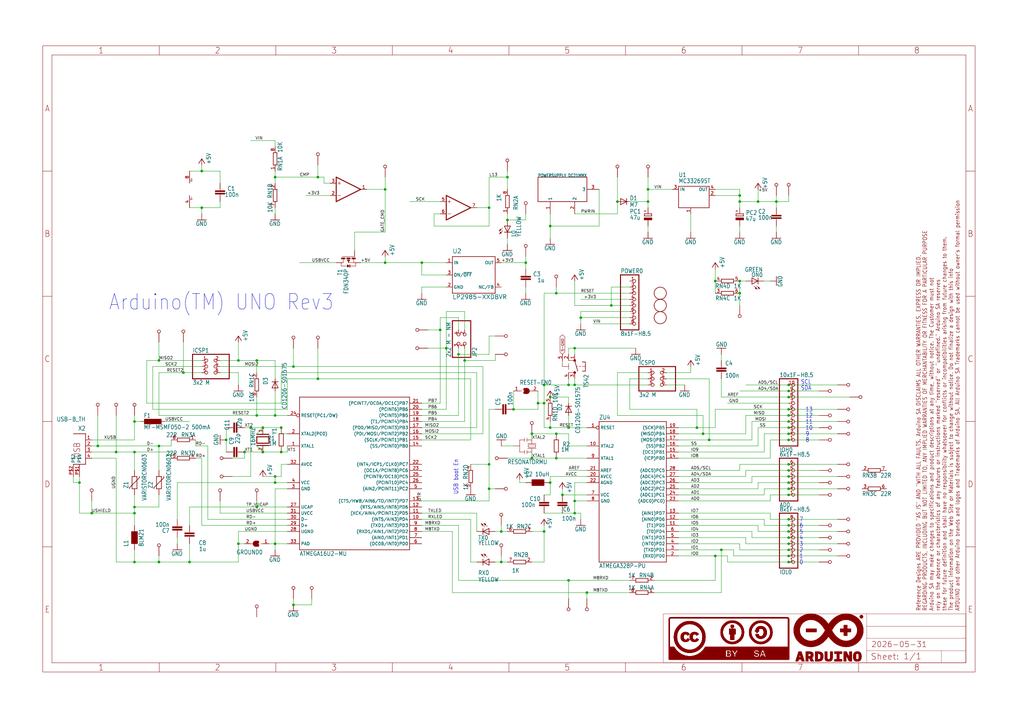
<source format=kicad_sch>
(kicad_sch (version 20230121) (generator eeschema)
  (paper "User" 425.45 298.602)
  (lib_symbols
    (symbol "test_import_eagle_arduino-eagle-import:+5V" (power)
      (property "Value" "+5V" (at -2.54 -5.08 90))
      (symbol "+5V_1_0"
        (pin power_in line (at 0 -2.54 90) (length 2.54) (name "+5V") (number "1"))
      )
    )
    (symbol "test_import_eagle_arduino-eagle-import:0715_CV201210-100K"
      (property "Reference" "L" (at -3.81 5.08 0))
      (symbol "0715_CV201210-100K_1_0"
        (pin passive line (at -5.08 2.54 0) (length 2.54) (name "1") (number "1"))
        (pin passive line (at 5.08 2.54 180) (length 2.54) (name "2") (number "2"))
      )
    )
    (symbol "test_import_eagle_arduino-eagle-import:4R-NCAY16"
      (property "Reference" "RN" (at -5.08 -3.048 0))
      (symbol "4R-NCAY16_1_0"
        (pin passive line (at -5.08 0 0) (length 2.54) (name "1") (number "1"))
        (pin passive line (at 5.08 0 180) (length 2.54) (name "2") (number "8"))
      )
      (symbol "4R-NCAY16_2_0"
        (pin passive line (at -5.08 0 0) (length 2.54) (name "1") (number "2"))
        (pin passive line (at 5.08 0 180) (length 2.54) (name "2") (number "7"))
      )
      (symbol "4R-NCAY16_3_0"
        (pin passive line (at -5.08 0 0) (length 2.54) (name "1") (number "3"))
        (pin passive line (at 5.08 0 180) (length 2.54) (name "2") (number "6"))
      )
      (symbol "4R-NCAY16_4_0"
        (pin passive line (at -5.08 0 0) (length 2.54) (name "1") (number "4"))
        (pin passive line (at 5.08 0 180) (length 2.54) (name "2") (number "5"))
      )
    )
    (symbol "test_import_eagle_arduino-eagle-import:A3-FRAME"
      (symbol "A3-FRAME_1_0"
        (text "${#}/${##}" (at 357.505 5.08 0) (effects (font (size 2.54 2.54)) (justify left bottom)))
        (text "${CURRENT_DATE}" (at 344.17 10.16 0) (effects (font (size 2.286 2.286)) (justify left bottom)))
        (text "${PROJECTNAME}" (at 344.17 15.24 0) (effects (font (size 2.54 2.54)) (justify left bottom)))
        (text "1" (at 24.2094 1.905 0) (effects (font (size 2.54 2.286))))
        (text "1" (at 24.2094 258.445 0) (effects (font (size 2.54 2.286))))
        (text "2" (at 72.6281 1.905 0) (effects (font (size 2.54 2.286))))
        (text "2" (at 72.6281 258.445 0) (effects (font (size 2.54 2.286))))
        (text "3" (at 121.0469 1.905 0) (effects (font (size 2.54 2.286))))
        (text "3" (at 121.0469 258.445 0) (effects (font (size 2.54 2.286))))
        (text "4" (at 169.4656 1.905 0) (effects (font (size 2.54 2.286))))
        (text "4" (at 169.4656 258.445 0) (effects (font (size 2.54 2.286))))
        (text "5" (at 217.8844 1.905 0) (effects (font (size 2.54 2.286))))
        (text "5" (at 217.8844 258.445 0) (effects (font (size 2.54 2.286))))
        (text "6" (at 266.3031 1.905 0) (effects (font (size 2.54 2.286))))
        (text "6" (at 266.3031 258.445 0) (effects (font (size 2.54 2.286))))
        (text "7" (at 314.7219 1.905 0) (effects (font (size 2.54 2.286))))
        (text "7" (at 314.7219 258.445 0) (effects (font (size 2.54 2.286))))
        (text "8" (at 363.1406 1.905 0) (effects (font (size 2.54 2.286))))
        (text "8" (at 363.1406 258.445 0) (effects (font (size 2.54 2.286))))
        (text "A" (at 1.905 234.315 0) (effects (font (size 2.54 2.286))))
        (text "A" (at 385.445 234.315 0) (effects (font (size 2.54 2.286))))
        (text "B" (at 1.905 182.245 0) (effects (font (size 2.54 2.286))))
        (text "B" (at 385.445 182.245 0) (effects (font (size 2.54 2.286))))
        (text "C" (at 1.905 130.175 0) (effects (font (size 2.54 2.286))))
        (text "C" (at 385.445 130.175 0) (effects (font (size 2.54 2.286))))
        (text "D" (at 1.905 78.105 0) (effects (font (size 2.54 2.286))))
        (text "D" (at 385.445 78.105 0) (effects (font (size 2.54 2.286))))
        (text "E" (at 1.905 26.035 0) (effects (font (size 2.54 2.286))))
        (text "E" (at 385.445 26.035 0) (effects (font (size 2.54 2.286))))
        (text "Reference Designs ARE PROVIDED \"AS IS\" AND \"WITH ALL FAULTS. Arduino SA DISCLAIMS ALL OTHER WARRANTIES, EXPRESS OR IMPLIED,\nREGARDING PRODUCTS, INCLUDING BUT NOT LIMITED TO, ANY IMPLIED WARRANTIES OF MERCHANTABILITY OR FITNESS FOR A PARTICULAR PURPOSE\nArduino SA may make changes to specifications and product descriptions at any time, without notice. The Customer must not\nrely on the absence or characteristics of any features or instructions marked \"reserved\" or \"undefined.\" Arduino SA reserves\nthese for future definition and shall have no responsibility whatsoever for conflicts or incompatibilities arising from future changes to them.\nThe product information on the Web Site or Materials is subject to change without notice. Do not finalize a design with this info\nARDUINO and other Arduino brands and logos and Trademarks of Arduino SA. All Arduino SA Trademarks cannot be used without owner's formal permission" (at 381 25.4 900) (effects (font (size 1.6764 1.4249)) (justify left bottom)))
        (text "Sheet:" (at 343.916 4.953 0) (effects (font (size 2.54 2.54)) (justify left bottom)))
      )
    )
    (symbol "test_import_eagle_arduino-eagle-import:ATMEGA16U2-MU"
      (symbol "ATMEGA16U2-MU_1_0"
        (pin bidirectional line (at -27.94 12.7 0) (length 5.08) (name "XTAL1") (number "1"))
        (pin bidirectional line (at 27.94 -17.78 180) (length 5.08) (name "(INT5/AIN3)PD4") (number "10"))
        (pin bidirectional line (at 27.94 -15.24 180) (length 5.08) (name "(XCK/AIN4/PCINT12)PD5") (number "11"))
        (pin bidirectional line (at 27.94 -12.7 180) (length 5.08) (name "(RTS/AIN5/INT6)PD6") (number "12"))
        (pin bidirectional line (at 27.94 -10.16 180) (length 5.08) (name "(CTS/HWB/AIN6/TO/INT7)PD7") (number "13"))
        (pin bidirectional line (at 27.94 12.7 180) (length 5.08) (name "(SS/PCINT0)PB0") (number "14"))
        (pin bidirectional line (at 27.94 15.24 180) (length 5.08) (name "(SCLK/PCINT1)PB1") (number "15"))
        (pin bidirectional line (at 27.94 17.78 180) (length 5.08) (name "(PDI/MOSI/PCINT2)PB2") (number "16"))
        (pin bidirectional line (at 27.94 20.32 180) (length 5.08) (name "(PD0/MISO/PCINT3)PB3") (number "17"))
        (pin bidirectional line (at 27.94 22.86 180) (length 5.08) (name "(T1/PCINT4)PB4") (number "18"))
        (pin bidirectional line (at 27.94 25.4 180) (length 5.08) (name "(PCINT5)PB5") (number "19"))
        (pin bidirectional line (at -27.94 17.78 0) (length 5.08) (name "XTAL2(PC0)") (number "2"))
        (pin bidirectional line (at 27.94 27.94 180) (length 5.08) (name "(PCINT6)PB6") (number "20"))
        (pin bidirectional line (at 27.94 30.48 180) (length 5.08) (name "(PCINT7/OC0A/OC1C)PB7") (number "21"))
        (pin bidirectional line (at 27.94 5.08 180) (length 5.08) (name "(INT4/ICP1/CLK0)PC7") (number "22"))
        (pin bidirectional line (at 27.94 2.54 180) (length 5.08) (name "(OC1A/PCINT8)PC6") (number "23"))
        (pin input inverted (at -27.94 25.4 0) (length 5.08) (name "RESET(PC1/DW)") (number "24"))
        (pin bidirectional line (at 27.94 0 180) (length 5.08) (name "(PCINT9/OC1B)PC5") (number "25"))
        (pin bidirectional line (at 27.94 -2.54 180) (length 5.08) (name "(PCINT10)PC4") (number "26"))
        (pin passive line (at -27.94 -12.7 0) (length 5.08) (name "UCAP") (number "27"))
        (pin power_in line (at -27.94 -22.86 0) (length 5.08) (name "UGND") (number "28"))
        (pin bidirectional line (at -27.94 -20.32 0) (length 5.08) (name "D+") (number "29"))
        (pin power_in line (at -27.94 -5.08 0) (length 5.08) (name "GND") (number "3"))
        (pin bidirectional line (at -27.94 -17.78 0) (length 5.08) (name "D-") (number "30"))
        (pin power_in line (at -27.94 -15.24 0) (length 5.08) (name "UVCC") (number "31"))
        (pin power_in line (at -27.94 5.08 0) (length 5.08) (name "AVCC") (number "32"))
        (pin power_in line (at -27.94 -27.94 0) (length 5.08) (name "PAD") (number "33"))
        (pin power_in line (at -27.94 -2.54 0) (length 5.08) (name "VCC") (number "4"))
        (pin bidirectional line (at 27.94 -5.08 180) (length 5.08) (name "(AIN2/PCINT11)PC2") (number "5"))
        (pin bidirectional line (at 27.94 -27.94 180) (length 5.08) (name "(OC0B/INT0)PD0") (number "6"))
        (pin bidirectional line (at 27.94 -25.4 180) (length 5.08) (name "(AIN0/INT1)PD1") (number "7"))
        (pin bidirectional line (at 27.94 -22.86 180) (length 5.08) (name "(RXD1/AIN1/INT2)PD2") (number "8"))
        (pin bidirectional line (at 27.94 -20.32 180) (length 5.08) (name "(TXD1/INT3)PD3") (number "9"))
      )
    )
    (symbol "test_import_eagle_arduino-eagle-import:ATMEGA328P-PU"
      (property "Reference" "IC" (at -15.24 28.702 0))
      (symbol "ATMEGA328P-PU_1_0"
        (pin input inverted (at -20.32 25.4 0) (length 5.08) (name "RESET") (number "1"))
        (pin bidirectional line (at -20.32 17.78 0) (length 5.08) (name "XTAL2") (number "10"))
        (pin bidirectional line (at 17.78 -15.24 180) (length 5.08) (name "(T1)PD5") (number "11"))
        (pin bidirectional line (at 17.78 -12.7 180) (length 5.08) (name "(AIN0)PD6") (number "12"))
        (pin bidirectional line (at 17.78 -10.16 180) (length 5.08) (name "(AIN1)PD7") (number "13"))
        (pin bidirectional line (at 17.78 12.7 180) (length 5.08) (name "(ICP)PB0") (number "14"))
        (pin bidirectional line (at 17.78 15.24 180) (length 5.08) (name "(OC1)PB1") (number "15"))
        (pin bidirectional line (at 17.78 17.78 180) (length 5.08) (name "(SS)PB2") (number "16"))
        (pin bidirectional line (at 17.78 20.32 180) (length 5.08) (name "(MOSI)PB3") (number "17"))
        (pin bidirectional line (at 17.78 22.86 180) (length 5.08) (name "(MISO)PB4") (number "18"))
        (pin bidirectional line (at 17.78 25.4 180) (length 5.08) (name "(SCK)PB5") (number "19"))
        (pin bidirectional line (at 17.78 -27.94 180) (length 5.08) (name "(RXD)PD0") (number "2"))
        (pin power_in line (at -20.32 5.08 0) (length 5.08) (name "AVCC") (number "20"))
        (pin passive line (at -20.32 7.62 0) (length 5.08) (name "AREF") (number "21"))
        (pin power_in line (at -20.32 2.54 0) (length 5.08) (name "AGND") (number "22"))
        (pin bidirectional line (at 17.78 -5.08 180) (length 5.08) (name "(ADC0)PC0)") (number "23"))
        (pin bidirectional line (at 17.78 -2.54 180) (length 5.08) (name "(ADC1)PC1") (number "24"))
        (pin bidirectional line (at 17.78 0 180) (length 5.08) (name "(ADC2)PC2") (number "25"))
        (pin bidirectional line (at 17.78 2.54 180) (length 5.08) (name "(ADC3)PC3") (number "26"))
        (pin bidirectional line (at 17.78 5.08 180) (length 5.08) (name "(ADC4)PC4") (number "27"))
        (pin bidirectional line (at 17.78 7.62 180) (length 5.08) (name "(ADC5)PC5") (number "28"))
        (pin bidirectional line (at 17.78 -25.4 180) (length 5.08) (name "(TXD)PD1") (number "3"))
        (pin bidirectional line (at 17.78 -22.86 180) (length 5.08) (name "(INT0)PD2") (number "4"))
        (pin bidirectional line (at 17.78 -20.32 180) (length 5.08) (name "(INT1)PD3") (number "5"))
        (pin bidirectional line (at 17.78 -17.78 180) (length 5.08) (name "(T0)PD4") (number "6"))
        (pin power_in line (at -20.32 -2.54 0) (length 5.08) (name "VCC") (number "7"))
        (pin power_in line (at -20.32 -5.08 0) (length 5.08) (name "GND") (number "8"))
        (pin bidirectional line (at -20.32 12.7 0) (length 5.08) (name "XTAL1") (number "9"))
      )
    )
    (symbol "test_import_eagle_arduino-eagle-import:C-EU0603-RND"
      (property "Reference" "C" (at 1.524 0.381 0))
      (symbol "C-EU0603-RND_1_0"
        (pin passive line (at 0 2.54 270) (length 2.54) (name "1") (number "1"))
        (pin passive line (at 0 -5.08 90) (length 2.54) (name "2") (number "2"))
      )
    )
    (symbol "test_import_eagle_arduino-eagle-import:CPOL-EUD"
      (property "Reference" "C" (at 1.143 0.4826 0))
      (symbol "CPOL-EUD_1_0"
        (text "+" (at -0.5842 0.4064 900) (effects (font (size 1.27 1.0795)) (justify left bottom)))
        (pin passive line (at 0 2.54 270) (length 2.54) (name "+") (number "+"))
        (pin passive line (at 0 -5.08 90) (length 2.54) (name "-") (number "-"))
      )
    )
    (symbol "test_import_eagle_arduino-eagle-import:DIODE-MINIMELF"
      (property "Reference" "D" (at 2.54 0.4826 0))
      (symbol "DIODE-MINIMELF_1_0"
        (pin passive line (at -2.54 0 0) (length 2.54) (name "A") (number "A"))
        (pin passive line (at 2.54 0 180) (length 2.54) (name "C") (number "C"))
      )
    )
    (symbol "test_import_eagle_arduino-eagle-import:DIODE-SMB"
      (property "Reference" "D" (at 2.54 0.4826 0))
      (symbol "DIODE-SMB_1_0"
        (pin passive line (at -2.54 0 0) (length 2.54) (name "A") (number "A"))
        (pin passive line (at 2.54 0 180) (length 2.54) (name "C") (number "C"))
      )
    )
    (symbol "test_import_eagle_arduino-eagle-import:FIDUCIALMOUNT")
    (symbol "test_import_eagle_arduino-eagle-import:GND" (power)
      (property "Value" "GND" (at -2.54 -2.54 0))
      (symbol "GND_1_0"
        (pin power_in line (at 0 2.54 270) (length 2.54) (name "GND") (number "1"))
      )
    )
    (symbol "test_import_eagle_arduino-eagle-import:L-EUL1812"
      (property "Reference" "L" (at -1.4986 -3.81 90))
      (symbol "L-EUL1812_1_0"
        (pin passive line (at 0 5.08 270) (length 2.54) (name "1") (number "1"))
        (pin passive line (at 0 -5.08 90) (length 2.54) (name "2") (number "2"))
      )
    )
    (symbol "test_import_eagle_arduino-eagle-import:LEDCHIP-LED0805"
      (property "Reference" "LED" (at 3.556 -4.572 90))
      (symbol "LEDCHIP-LED0805_1_0"
        (pin passive line (at 0 2.54 270) (length 2.54) (name "A") (number "A"))
        (pin passive line (at 0 -5.08 90) (length 2.54) (name "C") (number "C"))
      )
    )
    (symbol "test_import_eagle_arduino-eagle-import:LMV358?MM"
      (symbol "LMV358?MM_1_0"
        (pin output line (at 7.62 0 180) (length 2.54) (name "OUT") (number "1"))
        (pin input line (at -7.62 -2.54 0) (length 2.54) (name "-IN") (number "2"))
        (pin input line (at -7.62 2.54 0) (length 2.54) (name "+IN") (number "3"))
      )
      (symbol "LMV358?MM_2_0"
        (pin input line (at -7.62 2.54 0) (length 2.54) (name "+IN") (number "5"))
        (pin input line (at -7.62 -2.54 0) (length 2.54) (name "-IN") (number "6"))
        (pin output line (at 7.62 0 180) (length 2.54) (name "OUT") (number "7"))
      )
      (symbol "LMV358?MM_3_0"
        (text "V+" (at 1.27 3.175 900) (effects (font (size 0.8128 0.6908)) (justify left bottom)))
        (text "V-" (at 1.27 -4.445 900) (effects (font (size 0.8128 0.6908)) (justify left bottom)))
        (pin power_in line (at 0 -7.62 90) (length 5.08) (name "V-") (number "4"))
        (pin power_in line (at 0 7.62 270) (length 5.08) (name "V+") (number "8"))
      )
    )
    (symbol "test_import_eagle_arduino-eagle-import:LP2985-XXDBVR"
      (property "Reference" "IC" (at -7.62 8.89 0))
      (symbol "LP2985-XXDBVR_1_0"
        (pin input line (at -10.16 5.08 0) (length 2.54) (name "IN") (number "1"))
        (pin power_in line (at -10.16 -5.08 0) (length 2.54) (name "GND") (number "2"))
        (pin input line (at -10.16 0 0) (length 2.54) (name "ON/~{OFF}") (number "3"))
        (pin passive line (at 12.7 -5.08 180) (length 2.54) (name "NC/FB") (number "4"))
        (pin passive line (at 12.7 5.08 180) (length 2.54) (name "OUT") (number "5"))
      )
    )
    (symbol "test_import_eagle_arduino-eagle-import:MC33269ST"
      (property "Reference" "IC" (at -5.08 7.62 0))
      (symbol "MC33269ST_1_0"
        (pin input line (at 0 -5.08 90) (length 2.54) (name "GND/ADJ") (number "1"))
        (pin passive line (at 10.16 2.54 180) (length 2.54) (name "OUT@1") (number "2"))
        (pin input line (at -7.62 5.08 0) (length 2.54) (name "IN") (number "3"))
        (pin passive line (at 10.16 5.08 180) (length 2.54) (name "OUT") (number "4"))
      )
    )
    (symbol "test_import_eagle_arduino-eagle-import:PINHD-1X10_ARD"
      (property "Reference" "JP" (at -6.35 13.335 0))
      (symbol "PINHD-1X10_ARD_1_0"
        (pin passive inverted (at -2.54 10.16 0) (length 2.54) (name "1") (number "1"))
        (pin passive inverted (at -2.54 -12.7 0) (length 2.54) (name "10") (number "10"))
        (pin passive inverted (at -2.54 7.62 0) (length 2.54) (name "2") (number "2"))
        (pin passive inverted (at -2.54 5.08 0) (length 2.54) (name "3") (number "3"))
        (pin passive inverted (at -2.54 2.54 0) (length 2.54) (name "4") (number "4"))
        (pin passive inverted (at -2.54 0 0) (length 2.54) (name "5") (number "5"))
        (pin passive inverted (at -2.54 -2.54 0) (length 2.54) (name "6") (number "6"))
        (pin passive inverted (at -2.54 -5.08 0) (length 2.54) (name "7") (number "7"))
        (pin passive inverted (at -2.54 -7.62 0) (length 2.54) (name "8") (number "8"))
        (pin passive inverted (at -2.54 -10.16 0) (length 2.54) (name "9") (number "9"))
      )
    )
    (symbol "test_import_eagle_arduino-eagle-import:PINHD-1X6"
      (property "Reference" "JP" (at -6.35 10.795 0))
      (symbol "PINHD-1X6_1_0"
        (pin passive inverted (at -2.54 7.62 0) (length 2.54) (name "1") (number "1"))
        (pin passive inverted (at -2.54 5.08 0) (length 2.54) (name "2") (number "2"))
        (pin passive inverted (at -2.54 2.54 0) (length 2.54) (name "3") (number "3"))
        (pin passive inverted (at -2.54 0 0) (length 2.54) (name "4") (number "4"))
        (pin passive inverted (at -2.54 -2.54 0) (length 2.54) (name "5") (number "5"))
        (pin passive inverted (at -2.54 -5.08 0) (length 2.54) (name "6") (number "6"))
      )
    )
    (symbol "test_import_eagle_arduino-eagle-import:PINHD-1X8"
      (property "Reference" "JP" (at -6.35 13.335 0))
      (symbol "PINHD-1X8_1_0"
        (pin passive inverted (at -2.54 10.16 0) (length 2.54) (name "1") (number "1"))
        (pin passive inverted (at -2.54 7.62 0) (length 2.54) (name "2") (number "2"))
        (pin passive inverted (at -2.54 5.08 0) (length 2.54) (name "3") (number "3"))
        (pin passive inverted (at -2.54 2.54 0) (length 2.54) (name "4") (number "4"))
        (pin passive inverted (at -2.54 0 0) (length 2.54) (name "5") (number "5"))
        (pin passive inverted (at -2.54 -2.54 0) (length 2.54) (name "6") (number "6"))
        (pin passive inverted (at -2.54 -5.08 0) (length 2.54) (name "7") (number "7"))
        (pin passive inverted (at -2.54 -7.62 0) (length 2.54) (name "8") (number "8"))
      )
    )
    (symbol "test_import_eagle_arduino-eagle-import:PINHD-2X2"
      (property "Reference" "JP" (at -8.89 5.715 0))
      (symbol "PINHD-2X2_1_0"
        (pin passive inverted (at -5.08 2.54 0) (length 2.54) (name "1") (number "1"))
        (pin passive inverted (at 2.54 2.54 180) (length 2.54) (name "2") (number "2"))
        (pin passive inverted (at -5.08 0 0) (length 2.54) (name "3") (number "3"))
        (pin passive inverted (at 2.54 0 180) (length 2.54) (name "4") (number "4"))
      )
    )
    (symbol "test_import_eagle_arduino-eagle-import:PINHD-2X3"
      (property "Reference" "JP" (at -6.35 5.715 0))
      (symbol "PINHD-2X3_1_0"
        (pin passive inverted (at -2.54 2.54 0) (length 2.54) (name "1") (number "1"))
        (pin passive inverted (at 5.08 2.54 180) (length 2.54) (name "2") (number "2"))
        (pin passive inverted (at -2.54 0 0) (length 2.54) (name "3") (number "3"))
        (pin passive inverted (at 5.08 0 180) (length 2.54) (name "4") (number "4"))
        (pin passive inverted (at -2.54 -2.54 0) (length 2.54) (name "5") (number "5"))
        (pin passive inverted (at 5.08 -2.54 180) (length 2.54) (name "6") (number "6"))
      )
    )
    (symbol "test_import_eagle_arduino-eagle-import:PMOSSOT23"
      (property "Reference" "T" (at 2.54 2.54 0))
      (symbol "PMOSSOT23_1_0"
        (pin passive line (at 0 5.08 270) (length 2.54) (name "D") (number "1"))
        (pin passive line (at 0 -5.08 90) (length 2.54) (name "S") (number "2"))
        (pin passive line (at -5.08 -2.54 0) (length 2.54) (name "G") (number "3"))
      )
    )
    (symbol "test_import_eagle_arduino-eagle-import:PN61729"
      (property "Reference" "X" (at 0 8.89 0))
      (symbol "PN61729_1_0"
        (text "USB" (at 5.08 -2.54 900) (effects (font (size 2.54 2.159)) (justify left bottom)))
        (pin bidirectional line (at -2.54 5.08 0) (length 2.54) (name "1") (number "1"))
        (pin bidirectional line (at -2.54 2.54 0) (length 2.54) (name "2") (number "2"))
        (pin bidirectional line (at -2.54 0 0) (length 2.54) (name "3") (number "3"))
        (pin bidirectional line (at -2.54 -2.54 0) (length 2.54) (name "4") (number "4"))
        (pin bidirectional line (at 2.54 -10.16 90) (length 5.08) (name "P$1") (number "P$1"))
        (pin bidirectional line (at 5.08 -10.16 90) (length 5.08) (name "P$2") (number "P$2"))
      )
    )
    (symbol "test_import_eagle_arduino-eagle-import:POWERSUPPLY_DC21MMX"
      (symbol "POWERSUPPLY_DC21MMX_1_0"
        (pin power_in line (at -5.08 -10.16 90) (length 5.08) (name "1") (number "1"))
        (pin power_in line (at 5.08 -10.16 90) (length 5.08) (name "2") (number "2"))
        (pin power_in line (at 15.24 0 180) (length 5.08) (name "3") (number "3"))
      )
    )
    (symbol "test_import_eagle_arduino-eagle-import:R-EU_R0603"
      (property "Reference" "R" (at -3.81 1.4986 0))
      (symbol "R-EU_R0603_1_0"
        (pin passive line (at -5.08 0 0) (length 2.54) (name "1") (number "1"))
        (pin passive line (at 5.08 0 180) (length 2.54) (name "2") (number "2"))
      )
    )
    (symbol "test_import_eagle_arduino-eagle-import:RESONATORMU"
      (property "Reference" "Y" (at -5.08 4.572 0))
      (symbol "RESONATORMU_1_0"
        (pin passive line (at 0 2.54 180) (length 0) (name "1") (number "1"))
        (pin passive line (at -7.62 0 0) (length 0) (name "2") (number "2"))
        (pin passive line (at 0 -2.54 180) (length 0) (name "3") (number "3"))
      )
    )
    (symbol "test_import_eagle_arduino-eagle-import:SJ"
      (property "Reference" "SJ" (at -2.54 2.54 0))
      (symbol "SJ_1_0"
        (pin passive line (at -5.08 0 0) (length 2.54) (name "1") (number "1"))
        (pin passive line (at 5.08 0 180) (length 2.54) (name "2") (number "2"))
      )
    )
    (symbol "test_import_eagle_arduino-eagle-import:TP_SP"
      (symbol "TP_SP_1_0"
        (pin passive inverted (at 0 0 0) (length 5.08) (name "TESTP") (number "X"))
      )
    )
    (symbol "test_import_eagle_arduino-eagle-import:TS42"
      (symbol "TS42_1_0"
        (pin passive line (at 0 -5.08 90) (length 2.54) (name "1") (number "1"))
        (pin passive line (at 2.54 -5.08 90) (length 2.54) (name "2") (number "2"))
        (pin passive line (at 0 5.08 270) (length 2.54) (name "3") (number "3"))
        (pin passive line (at 2.54 5.08 270) (length 2.54) (name "4") (number "4"))
        (pin power_in line (at 5.08 -5.08 90) (length 2.54) (name "5-GND") (number "5"))
      )
    )
    (symbol "test_import_eagle_arduino-eagle-import:VARISTORCN0603"
      (property "Reference" "R" (at -2.54 3.81 0))
      (symbol "VARISTORCN0603_1_0"
        (pin passive line (at 5.08 0 180) (length 2.54) (name "1") (number "1"))
        (pin passive line (at -5.08 0 0) (length 2.54) (name "2") (number "2"))
      )
    )
    (symbol "test_import_eagle_arduino-eagle-import:WE-CBF_0805"
      (property "Reference" "L" (at -3.81 5.08 0))
      (symbol "WE-CBF_0805_1_0"
        (pin passive line (at -5.08 2.54 0) (length 2.54) (name "1") (number "1"))
        (pin passive line (at 5.08 2.54 180) (length 2.54) (name "2") (number "2"))
      )
    )
    (symbol "test_import_eagle_arduino-eagle-import:XTAL/S"
      (property "Reference" "Q" (at -5.08 3.81 0))
      (symbol "XTAL/S_1_0"
        (pin passive line (at -5.08 0 0) (length 2.54) (name "1") (number "1"))
        (pin passive line (at 5.08 0 180) (length 2.54) (name "2") (number "2"))
      )
    )
  )
  (junction (at 269.24 78.74))
  (junction (at 66.04 185.42))
  (junction (at 121.92 251.46))
  (junction (at 83.82 71.12))
  (junction (at 327.66 218.44))
  (junction (at 132.08 157.48))
  (junction (at 40.64 185.42))
  (junction (at 297.18 231.14))
  (junction (at 208.28 233.68))
  (junction (at 210.82 91.44))
  (junction (at 236.22 177.8))
  (junction (at 233.68 205.74))
  (junction (at 182.88 137.16))
  (junction (at 185.42 144.78))
  (junction (at 327.66 172.72))
  (junction (at 228.6 177.8))
  (junction (at 292.1 180.34))
  (junction (at 99.06 149.86))
  (junction (at 210.82 73.66))
  (junction (at 218.44 109.22))
  (junction (at 241.3 132.08))
  (junction (at 327.66 231.14))
  (junction (at 190.5 147.32))
  (junction (at 114.3 200.66))
  (junction (at 101.6 187.96))
  (junction (at 220.98 180.34))
  (junction (at 99.06 226.06))
  (junction (at 55.88 187.96))
  (junction (at 208.28 220.98))
  (junction (at 160.02 78.74))
  (junction (at 175.26 109.22))
  (junction (at 48.26 187.96))
  (junction (at 66.04 149.86))
  (junction (at 160.02 109.22))
  (junction (at 55.88 233.68))
  (junction (at 269.24 83.82))
  (junction (at 327.66 198.12))
  (junction (at 297.18 116.84))
  (junction (at 327.66 177.8))
  (junction (at 256.54 83.82))
  (junction (at 114.3 198.12))
  (junction (at 238.76 144.78))
  (junction (at 327.66 165.1))
  (junction (at 327.66 200.66))
  (junction (at 226.06 220.98))
  (junction (at 236.22 160.02))
  (junction (at 307.34 116.84))
  (junction (at 327.66 175.26))
  (junction (at 231.14 121.92))
  (junction (at 327.66 205.74))
  (junction (at 121.92 152.4))
  (junction (at 228.6 200.66))
  (junction (at 327.66 223.52))
  (junction (at 307.34 83.82))
  (junction (at 109.22 177.8))
  (junction (at 238.76 213.36))
  (junction (at 220.98 190.5))
  (junction (at 38.1 213.36))
  (junction (at 327.66 160.02))
  (junction (at 327.66 226.06))
  (junction (at 132.08 73.66))
  (junction (at 314.96 83.82))
  (junction (at 307.34 81.28))
  (junction (at 203.2 193.04))
  (junction (at 254 127))
  (junction (at 231.14 180.34))
  (junction (at 327.66 215.9))
  (junction (at 76.2 154.94))
  (junction (at 243.84 246.38))
  (junction (at 106.68 210.82))
  (junction (at 104.14 177.8))
  (junction (at 116.84 177.8))
  (junction (at 327.66 170.18))
  (junction (at 223.52 167.64))
  (junction (at 327.66 203.2))
  (junction (at 66.04 233.68))
  (junction (at 307.34 121.92))
  (junction (at 327.66 233.68))
  (junction (at 114.3 172.72))
  (junction (at 83.82 86.36))
  (junction (at 33.02 200.66))
  (junction (at 289.56 177.8))
  (junction (at 78.74 233.68))
  (junction (at 93.98 182.88))
  (junction (at 55.88 213.36))
  (junction (at 193.04 149.86))
  (junction (at 236.22 241.3))
  (junction (at 231.14 190.5))
  (junction (at 203.2 203.2))
  (junction (at 327.66 228.6))
  (junction (at 226.06 160.02))
  (junction (at 106.68 172.72))
  (junction (at 299.72 228.6))
  (junction (at 294.64 182.88))
  (junction (at 106.68 149.86))
  (junction (at 327.66 195.58))
  (junction (at 55.88 210.82))
  (junction (at 226.06 167.64))
  (junction (at 238.76 208.28))
  (junction (at 213.36 170.18))
  (junction (at 327.66 182.88))
  (junction (at 114.3 73.66))
  (junction (at 55.88 175.26))
  (junction (at 327.66 180.34))
  (junction (at 109.22 187.96))
  (junction (at 203.2 86.36))
  (junction (at 322.58 83.82))
  (junction (at 116.84 187.96))
  (junction (at 228.6 165.1))
  (junction (at 327.66 162.56))
  (junction (at 228.6 93.98))
  (junction (at 327.66 193.04))
  (junction (at 114.3 226.06))
  (junction (at 327.66 220.98))
  (junction (at 238.76 160.02))
  (wire (pts (xy 297.18 170.18) (xy 327.66 170.18)) (stroke (width 0.1524)))
  (wire (pts (xy 73.66 200.66) (xy 73.66 215.9)) (stroke (width 0.1524)))
  (wire (pts (xy 210.82 101.6) (xy 210.82 99.06)) (stroke (width 0.1524)))
  (wire (pts (xy 147.32 96.52) (xy 160.02 96.52)) (stroke (width 0.1524)))
  (wire (pts (xy 160.02 78.74) (xy 152.4 78.74)) (stroke (width 0.1524)))
  (wire (pts (xy 243.84 190.5) (xy 231.14 190.5)) (stroke (width 0.1524)))
  (wire (pts (xy 261.62 124.46) (xy 241.3 124.46)) (stroke (width 0.1524)))
  (wire (pts (xy 187.96 220.98) (xy 175.26 220.98)) (stroke (width 0.1524)))
  (wire (pts (xy 261.62 127) (xy 254 127)) (stroke (width 0.1524)))
  (wire (pts (xy 101.6 190.5) (xy 101.6 187.96)) (stroke (width 0.1524)))
  (wire (pts (xy 226.06 220.98) (xy 226.06 218.44)) (stroke (width 0.1524)))
  (wire (pts (xy 281.94 228.6) (xy 299.72 228.6)) (stroke (width 0.1524)))
  (wire (pts (xy 121.92 251.46) (xy 121.92 248.92)) (stroke (width 0.1524)))
  (wire (pts (xy 238.76 213.36) (xy 233.68 213.36)) (stroke (width 0.1524)))
  (wire (pts (xy 48.26 172.72) (xy 48.26 187.96)) (stroke (width 0.1524)))
  (wire (pts (xy 106.68 172.72) (xy 106.68 165.1)) (stroke (width 0.1524)))
  (wire (pts (xy 281.94 177.8) (xy 289.56 177.8)) (stroke (width 0.1524)))
  (wire (pts (xy 309.88 180.34) (xy 309.88 172.72)) (stroke (width 0.1524)))
  (wire (pts (xy 231.14 121.92) (xy 261.62 121.92)) (stroke (width 0.1524)))
  (wire (pts (xy 327.66 231.14) (xy 347.98 231.14)) (stroke (width 0.1524)))
  (wire (pts (xy 256.54 73.66) (xy 256.54 83.82)) (stroke (width 0.1524)))
  (wire (pts (xy 40.64 185.42) (xy 66.04 185.42)) (stroke (width 0.1524)))
  (wire (pts (xy 106.68 210.82) (xy 78.74 210.82)) (stroke (width 0.1524)))
  (wire (pts (xy 114.3 73.66) (xy 114.3 76.2)) (stroke (width 0.1524)))
  (wire (pts (xy 210.82 91.44) (xy 218.44 91.44)) (stroke (width 0.1524)))
  (wire (pts (xy 175.26 172.72) (xy 190.5 172.72)) (stroke (width 0.1524)))
  (wire (pts (xy 220.98 220.98) (xy 226.06 220.98)) (stroke (width 0.1524)))
  (wire (pts (xy 307.34 93.98) (xy 307.34 96.52)) (stroke (width 0.1524)))
  (wire (pts (xy 203.2 203.2) (xy 203.2 193.04)) (stroke (width 0.1524)))
  (wire (pts (xy 228.6 175.26) (xy 228.6 177.8)) (stroke (width 0.1524)))
  (wire (pts (xy 132.08 157.48) (xy 132.08 144.78)) (stroke (width 0.1524)))
  (wire (pts (xy 307.34 121.92) (xy 307.34 127)) (stroke (width 0.1524)))
  (wire (pts (xy 340.36 200.66) (xy 327.66 200.66)) (stroke (width 0.1524)))
  (wire (pts (xy 119.38 210.82) (xy 106.68 210.82)) (stroke (width 0.1524)))
  (wire (pts (xy 231.14 119.38) (xy 231.14 121.92)) (stroke (width 0.1524)))
  (wire (pts (xy 109.22 177.8) (xy 104.14 177.8)) (stroke (width 0.1524)))
  (wire (pts (xy 276.86 157.48) (xy 294.64 157.48)) (stroke (width 0.1524)))
  (wire (pts (xy 114.3 228.6) (xy 114.3 226.06)) (stroke (width 0.1524)))
  (wire (pts (xy 238.76 88.9) (xy 256.54 88.9)) (stroke (width 0.1524)))
  (wire (pts (xy 340.36 195.58) (xy 327.66 195.58)) (stroke (width 0.1524)))
  (wire (pts (xy 81.28 190.5) (xy 83.82 190.5)) (stroke (width 0.1524)))
  (wire (pts (xy 307.34 193.04) (xy 327.66 193.04)) (stroke (width 0.1524)))
  (wire (pts (xy 327.66 162.56) (xy 340.36 162.56)) (stroke (width 0.1524)))
  (wire (pts (xy 261.62 157.48) (xy 261.62 170.18)) (stroke (width 0.1524)))
  (wire (pts (xy 190.5 132.08) (xy 182.88 132.08)) (stroke (width 0.1524)))
  (wire (pts (xy 317.5 218.44) (xy 317.5 215.9)) (stroke (width 0.1524)))
  (wire (pts (xy 236.22 248.92) (xy 236.22 241.3)) (stroke (width 0.1524)))
  (wire (pts (xy 106.68 149.86) (xy 114.3 149.86)) (stroke (width 0.1524)))
  (wire (pts (xy 236.22 144.78) (xy 238.76 144.78)) (stroke (width 0.1524)))
  (wire (pts (xy 66.04 149.86) (xy 83.82 149.86)) (stroke (width 0.1524)))
  (wire (pts (xy 223.52 167.64) (xy 223.52 162.56)) (stroke (width 0.1524)))
  (wire (pts (xy 218.44 109.22) (xy 218.44 111.76)) (stroke (width 0.1524)))
  (wire (pts (xy 195.58 157.48) (xy 132.08 157.48)) (stroke (width 0.1524)))
  (wire (pts (xy 340.36 228.6) (xy 327.66 228.6)) (stroke (width 0.1524)))
  (wire (pts (xy 175.26 182.88) (xy 195.58 182.88)) (stroke (width 0.1524)))
  (wire (pts (xy 213.36 170.18) (xy 223.52 170.18)) (stroke (width 0.1524)))
  (wire (pts (xy 83.82 71.12) (xy 91.44 71.12)) (stroke (width 0.1524)))
  (wire (pts (xy 302.26 231.14) (xy 297.18 231.14)) (stroke (width 0.1524)))
  (wire (pts (xy 228.6 205.74) (xy 228.6 200.66)) (stroke (width 0.1524)))
  (wire (pts (xy 327.66 226.06) (xy 347.98 226.06)) (stroke (width 0.1524)))
  (wire (pts (xy 66.04 172.72) (xy 66.04 154.94)) (stroke (width 0.1524)))
  (wire (pts (xy 327.66 160.02) (xy 309.88 160.02)) (stroke (width 0.1524)))
  (wire (pts (xy 254 127) (xy 238.76 127)) (stroke (width 0.1524)))
  (wire (pts (xy 299.72 147.32) (xy 299.72 149.86)) (stroke (width 0.1524)))
  (wire (pts (xy 198.12 213.36) (xy 175.26 213.36)) (stroke (width 0.1524)))
  (wire (pts (xy 327.66 218.44) (xy 317.5 218.44)) (stroke (width 0.1524)))
  (wire (pts (xy 187.96 246.38) (xy 187.96 220.98)) (stroke (width 0.1524)))
  (wire (pts (xy 271.78 246.38) (xy 299.72 246.38)) (stroke (width 0.1524)))
  (wire (pts (xy 190.5 172.72) (xy 190.5 147.32)) (stroke (width 0.1524)))
  (wire (pts (xy 119.38 193.04) (xy 116.84 193.04)) (stroke (width 0.1524)))
  (wire (pts (xy 312.42 220.98) (xy 281.94 220.98)) (stroke (width 0.1524)))
  (wire (pts (xy 238.76 208.28) (xy 243.84 208.28)) (stroke (width 0.1524)))
  (wire (pts (xy 185.42 144.78) (xy 185.42 129.54)) (stroke (width 0.1524)))
  (wire (pts (xy 254 119.38) (xy 254 127)) (stroke (width 0.1524)))
  (wire (pts (xy 190.5 218.44) (xy 190.5 241.3)) (stroke (width 0.1524)))
  (wire (pts (xy 175.26 167.64) (xy 182.88 167.64)) (stroke (width 0.1524)))
  (wire (pts (xy 231.14 180.34) (xy 236.22 180.34)) (stroke (width 0.1524)))
  (wire (pts (xy 256.54 154.94) (xy 256.54 172.72)) (stroke (width 0.1524)))
  (wire (pts (xy 38.1 185.42) (xy 40.64 185.42)) (stroke (width 0.1524)))
  (wire (pts (xy 238.76 213.36) (xy 238.76 208.28)) (stroke (width 0.1524)))
  (wire (pts (xy 119.38 226.06) (xy 114.3 226.06)) (stroke (width 0.1524)))
  (wire (pts (xy 185.42 129.54) (xy 193.04 129.54)) (stroke (width 0.1524)))
  (wire (pts (xy 223.52 167.64) (xy 226.06 167.64)) (stroke (width 0.1524)))
  (wire (pts (xy 198.12 220.98) (xy 198.12 213.36)) (stroke (width 0.1524)))
  (wire (pts (xy 317.5 205.74) (xy 317.5 203.2)) (stroke (width 0.1524)))
  (wire (pts (xy 226.06 167.64) (xy 226.06 177.8)) (stroke (width 0.1524)))
  (wire (pts (xy 210.82 73.66) (xy 203.2 73.66)) (stroke (width 0.1524)))
  (wire (pts (xy 312.42 175.26) (xy 312.42 182.88)) (stroke (width 0.1524)))
  (wire (pts (xy 287.02 154.94) (xy 276.86 154.94)) (stroke (width 0.1524)))
  (wire (pts (xy 78.74 233.68) (xy 99.06 233.68)) (stroke (width 0.1524)))
  (wire (pts (xy 78.74 218.44) (xy 78.74 210.82)) (stroke (width 0.1524)))
  (wire (pts (xy 160.02 109.22) (xy 160.02 106.68)) (stroke (width 0.1524)))
  (wire (pts (xy 55.88 187.96) (xy 48.26 187.96)) (stroke (width 0.1524)))
  (wire (pts (xy 226.06 167.64) (xy 226.06 160.02)) (stroke (width 0.1524)))
  (wire (pts (xy 307.34 195.58) (xy 307.34 193.04)) (stroke (width 0.1524)))
  (wire (pts (xy 287.02 96.52) (xy 287.02 88.9)) (stroke (width 0.1524)))
  (wire (pts (xy 327.66 167.64) (xy 302.26 167.64)) (stroke (width 0.1524)))
  (wire (pts (xy 55.88 218.44) (xy 55.88 213.36)) (stroke (width 0.1524)))
  (wire (pts (xy 185.42 170.18) (xy 185.42 144.78)) (stroke (width 0.1524)))
  (wire (pts (xy 289.56 177.8) (xy 297.18 177.8)) (stroke (width 0.1524)))
  (wire (pts (xy 314.96 218.44) (xy 314.96 220.98)) (stroke (width 0.1524)))
  (wire (pts (xy 205.74 170.18) (xy 203.2 170.18)) (stroke (width 0.1524)))
  (wire (pts (xy 314.96 83.82) (xy 322.58 83.82)) (stroke (width 0.1524)))
  (wire (pts (xy 55.88 210.82) (xy 55.88 205.74)) (stroke (width 0.1524)))
  (wire (pts (xy 55.88 187.96) (xy 55.88 195.58)) (stroke (width 0.1524)))
  (wire (pts (xy 320.04 182.88) (xy 327.66 182.88)) (stroke (width 0.1524)))
  (wire (pts (xy 195.58 233.68) (xy 195.58 215.9)) (stroke (width 0.1524)))
  (wire (pts (xy 302.26 233.68) (xy 302.26 231.14)) (stroke (width 0.1524)))
  (wire (pts (xy 101.6 226.06) (xy 99.06 226.06)) (stroke (width 0.1524)))
  (wire (pts (xy 160.02 109.22) (xy 175.26 109.22)) (stroke (width 0.1524)))
  (wire (pts (xy 218.44 121.92) (xy 218.44 119.38)) (stroke (width 0.1524)))
  (wire (pts (xy 236.22 180.34) (xy 236.22 185.42)) (stroke (width 0.1524)))
  (wire (pts (xy 294.64 182.88) (xy 281.94 182.88)) (stroke (width 0.1524)))
  (wire (pts (xy 160.02 96.52) (xy 160.02 78.74)) (stroke (width 0.1524)))
  (wire (pts (xy 83.82 218.44) (xy 119.38 218.44)) (stroke (width 0.1524)))
  (wire (pts (xy 177.8 144.78) (xy 185.42 144.78)) (stroke (width 0.1524)))
  (wire (pts (xy 111.76 226.06) (xy 114.3 226.06)) (stroke (width 0.1524)))
  (wire (pts (xy 106.68 185.42) (xy 109.22 187.96)) (stroke (width 0.1524)))
  (wire (pts (xy 236.22 172.72) (xy 236.22 177.8)) (stroke (width 0.1524)))
  (wire (pts (xy 66.04 154.94) (xy 76.2 154.94)) (stroke (width 0.1524)))
  (wire (pts (xy 320.04 215.9) (xy 327.66 215.9)) (stroke (width 0.1524)))
  (wire (pts (xy 213.36 170.18) (xy 213.36 162.56)) (stroke (width 0.1524)))
  (wire (pts (xy 236.22 185.42) (xy 243.84 185.42)) (stroke (width 0.1524)))
  (wire (pts (xy 198.12 177.8) (xy 198.12 154.94)) (stroke (width 0.1524)))
  (wire (pts (xy 119.38 187.96) (xy 119.38 185.42)) (stroke (width 0.1524)))
  (wire (pts (xy 226.06 121.92) (xy 231.14 121.92)) (stroke (width 0.1524)))
  (wire (pts (xy 30.48 200.66) (xy 33.02 200.66)) (stroke (width 0.1524)))
  (wire (pts (xy 180.34 93.98) (xy 180.34 88.9)) (stroke (width 0.1524)))
  (wire (pts (xy 193.04 129.54) (xy 193.04 137.16)) (stroke (width 0.1524)))
  (wire (pts (xy 294.64 157.48) (xy 294.64 182.88)) (stroke (width 0.1524)))
  (wire (pts (xy 48.26 233.68) (xy 55.88 233.68)) (stroke (width 0.1524)))
  (wire (pts (xy 238.76 200.66) (xy 238.76 208.28)) (stroke (width 0.1524)))
  (wire (pts (xy 129.54 251.46) (xy 129.54 248.92)) (stroke (width 0.1524)))
  (wire (pts (xy 243.84 248.92) (xy 243.84 246.38)) (stroke (width 0.1524)))
  (wire (pts (xy 309.88 172.72) (xy 327.66 172.72)) (stroke (width 0.1524)))
  (wire (pts (xy 106.68 210.82) (xy 106.68 208.28)) (stroke (width 0.1524)))
  (wire (pts (xy 228.6 177.8) (xy 226.06 177.8)) (stroke (width 0.1524)))
  (wire (pts (xy 86.36 185.42) (xy 86.36 215.9)) (stroke (width 0.1524)))
  (wire (pts (xy 66.04 185.42) (xy 71.12 185.42)) (stroke (width 0.1524)))
  (wire (pts (xy 238.76 127) (xy 238.76 116.84)) (stroke (width 0.1524)))
  (wire (pts (xy 297.18 231.14) (xy 281.94 231.14)) (stroke (width 0.1524)))
  (wire (pts (xy 304.8 231.14) (xy 327.66 231.14)) (stroke (width 0.1524)))
  (wire (pts (xy 312.42 182.88) (xy 294.64 182.88)) (stroke (width 0.1524)))
  (wire (pts (xy 281.94 190.5) (xy 320.04 190.5)) (stroke (width 0.1524)))
  (wire (pts (xy 114.3 88.9) (xy 114.3 86.36)) (stroke (width 0.1524)))
  (wire (pts (xy 121.92 152.4) (xy 91.44 152.4)) (stroke (width 0.1524)))
  (wire (pts (xy 106.68 149.86) (xy 106.68 154.94)) (stroke (width 0.1524)))
  (wire (pts (xy 91.44 154.94) (xy 99.06 154.94)) (stroke (width 0.1524)))
  (wire (pts (xy 200.66 180.34) (xy 200.66 152.4)) (stroke (width 0.1524)))
  (wire (pts (xy 261.62 170.18) (xy 289.56 170.18)) (stroke (width 0.1524)))
  (wire (pts (xy 327.66 233.68) (xy 302.26 233.68)) (stroke (width 0.1524)))
  (wire (pts (xy 243.84 200.66) (xy 238.76 200.66)) (stroke (width 0.1524)))
  (wire (pts (xy 96.52 190.5) (xy 101.6 190.5)) (stroke (width 0.1524)))
  (wire (pts (xy 261.62 129.54) (xy 241.3 129.54)) (stroke (width 0.1524)))
  (wire (pts (xy 114.3 200.66) (xy 73.66 200.66)) (stroke (width 0.1524)))
  (wire (pts (xy 327.66 200.66) (xy 314.96 200.66)) (stroke (width 0.1524)))
  (wire (pts (xy 119.38 172.72) (xy 114.3 172.72)) (stroke (width 0.1524)))
  (wire (pts (xy 269.24 154.94) (xy 256.54 154.94)) (stroke (width 0.1524)))
  (wire (pts (xy 269.24 83.82) (xy 269.24 78.74)) (stroke (width 0.1524)))
  (wire (pts (xy 261.62 119.38) (xy 254 119.38)) (stroke (width 0.1524)))
  (wire (pts (xy 314.96 185.42) (xy 314.96 177.8)) (stroke (width 0.1524)))
  (wire (pts (xy 175.26 109.22) (xy 185.42 109.22)) (stroke (width 0.1524)))
  (wire (pts (xy 175.26 119.38) (xy 175.26 121.92)) (stroke (width 0.1524)))
  (wire (pts (xy 99.06 220.98) (xy 119.38 220.98)) (stroke (width 0.1524)))
  (wire (pts (xy 91.44 86.36) (xy 83.82 86.36)) (stroke (width 0.1524)))
  (wire (pts (xy 320.04 116.84) (xy 317.5 116.84)) (stroke (width 0.1524)))
  (wire (pts (xy 340.36 233.68) (xy 327.66 233.68)) (stroke (width 0.1524)))
  (wire (pts (xy 200.66 152.4) (xy 121.92 152.4)) (stroke (width 0.1524)))
  (wire (pts (xy 208.28 233.68) (xy 205.74 233.68)) (stroke (width 0.1524)))
  (wire (pts (xy 38.1 213.36) (xy 33.02 213.36)) (stroke (width 0.1524)))
  (wire (pts (xy 228.6 88.9) (xy 228.6 93.98)) (stroke (width 0.1524)))
  (wire (pts (xy 228.6 165.1) (xy 236.22 165.1)) (stroke (width 0.1524)))
  (wire (pts (xy 66.04 142.24) (xy 66.04 149.86)) (stroke (width 0.1524)))
  (wire (pts (xy 327.66 180.34) (xy 317.5 180.34)) (stroke (width 0.1524)))
  (wire (pts (xy 292.1 180.34) (xy 281.94 180.34)) (stroke (width 0.1524)))
  (wire (pts (xy 121.92 152.4) (xy 121.92 144.78)) (stroke (width 0.1524)))
  (wire (pts (xy 304.8 228.6) (xy 304.8 231.14)) (stroke (width 0.1524)))
  (wire (pts (xy 116.84 154.94) (xy 116.84 167.64)) (stroke (width 0.1524)))
  (wire (pts (xy 281.94 223.52) (xy 309.88 223.52)) (stroke (width 0.1524)))
  (wire (pts (xy 309.88 198.12) (xy 281.94 198.12)) (stroke (width 0.1524)))
  (wire (pts (xy 269.24 157.48) (xy 261.62 157.48)) (stroke (width 0.1524)))
  (wire (pts (xy 203.2 93.98) (xy 180.34 93.98)) (stroke (width 0.1524)))
  (wire (pts (xy 104.14 198.12) (xy 104.14 177.8)) (stroke (width 0.1524)))
  (wire (pts (xy 33.02 200.66) (xy 33.02 198.12)) (stroke (width 0.1524)))
  (wire (pts (xy 210.82 78.74) (xy 210.82 73.66)) (stroke (width 0.1524)))
  (wire (pts (xy 78.74 226.06) (xy 78.74 233.68)) (stroke (width 0.1524)))
  (wire (pts (xy 114.3 71.12) (xy 114.3 73.66)) (stroke (width 0.1524)))
  (wire (pts (xy 81.28 182.88) (xy 81.28 185.42)) (stroke (width 0.1524)))
  (wire (pts (xy 279.4 78.74) (xy 269.24 78.74)) (stroke (width 0.1524)))
  (wire (pts (xy 307.34 228.6) (xy 307.34 226.06)) (stroke (width 0.1524)))
  (wire (pts (xy 327.66 223.52) (xy 312.42 223.52)) (stroke (width 0.1524)))
  (wire (pts (xy 297.18 241.3) (xy 297.18 231.14)) (stroke (width 0.1524)))
  (wire (pts (xy 327.66 215.9) (xy 347.98 215.9)) (stroke (width 0.1524)))
  (wire (pts (xy 116.84 198.12) (xy 114.3 198.12)) (stroke (width 0.1524)))
  (wire (pts (xy 233.68 205.74) (xy 233.68 203.2)) (stroke (width 0.1524)))
  (wire (pts (xy 307.34 86.36) (xy 307.34 83.82)) (stroke (width 0.1524)))
  (wire (pts (xy 236.22 241.3) (xy 261.62 241.3)) (stroke (width 0.1524)))
  (wire (pts (xy 203.2 86.36) (xy 203.2 93.98)) (stroke (width 0.1524)))
  (wire (pts (xy 314.96 200.66) (xy 314.96 203.2)) (stroke (width 0.1524)))
  (wire (pts (xy 96.52 198.12) (xy 104.14 198.12)) (stroke (width 0.1524)))
  (wire (pts (xy 248.92 93.98) (xy 248.92 78.74)) (stroke (width 0.1524)))
  (wire (pts (xy 175.26 180.34) (xy 200.66 180.34)) (stroke (width 0.1524)))
  (wire (pts (xy 307.34 81.28) (xy 307.34 83.82)) (stroke (width 0.1524)))
  (wire (pts (xy 317.5 215.9) (xy 281.94 215.9)) (stroke (width 0.1524)))
  (wire (pts (xy 60.96 149.86) (xy 66.04 149.86)) (stroke (width 0.1524)))
  (wire (pts (xy 241.3 132.08) (xy 241.3 134.62)) (stroke (width 0.1524)))
  (wire (pts (xy 327.66 205.74) (xy 320.04 205.74)) (stroke (width 0.1524)))
  (wire (pts (xy 116.84 180.34) (xy 119.38 180.34)) (stroke (width 0.1524)))
  (wire (pts (xy 228.6 93.98) (xy 228.6 99.06)) (stroke (width 0.1524)))
  (wire (pts (xy 281.94 213.36) (xy 320.04 213.36)) (stroke (width 0.1524)))
  (wire (pts (xy 241.3 129.54) (xy 241.3 132.08)) (stroke (width 0.1524)))
  (wire (pts (xy 317.5 187.96) (xy 281.94 187.96)) (stroke (width 0.1524)))
  (wire (pts (xy 347.98 193.04) (xy 327.66 193.04)) (stroke (width 0.1524)))
  (wire (pts (xy 322.58 83.82) (xy 322.58 81.28)) (stroke (width 0.1524)))
  (wire (pts (xy 193.04 175.26) (xy 193.04 149.86)) (stroke (width 0.1524)))
  (wire (pts (xy 327.66 228.6) (xy 307.34 228.6)) (stroke (width 0.1524)))
  (wire (pts (xy 104.14 58.42) (xy 114.3 58.42)) (stroke (width 0.1524)))
  (wire (pts (xy 210.82 71.12) (xy 210.82 73.66)) (stroke (width 0.1524)))
  (wire (pts (xy 198.12 86.36) (xy 203.2 86.36)) (stroke (width 0.1524)))
  (wire (pts (xy 261.62 83.82) (xy 269.24 83.82)) (stroke (width 0.1524)))
  (wire (pts (xy 238.76 157.48) (xy 238.76 160.02)) (stroke (width 0.1524)))
  (wire (pts (xy 320.04 190.5) (xy 320.04 182.88)) (stroke (width 0.1524)))
  (wire (pts (xy 347.98 198.12) (xy 327.66 198.12)) (stroke (width 0.1524)))
  (wire (pts (xy 182.88 132.08) (xy 182.88 137.16)) (stroke (width 0.1524)))
  (wire (pts (xy 114.3 203.2) (xy 114.3 226.06)) (stroke (width 0.1524)))
  (wire (pts (xy 55.88 213.36) (xy 38.1 213.36)) (stroke (width 0.1524)))
  (wire (pts (xy 340.36 177.8) (xy 327.66 177.8)) (stroke (width 0.1524)))
  (wire (pts (xy 66.04 210.82) (xy 55.88 210.82)) (stroke (width 0.1524)))
  (wire (pts (xy 269.24 96.52) (xy 269.24 93.98)) (stroke (width 0.1524)))
  (wire (pts (xy 243.84 195.58) (xy 236.22 195.58)) (stroke (width 0.1524)))
  (wire (pts (xy 177.8 137.16) (xy 182.88 137.16)) (stroke (width 0.1524)))
  (wire (pts (xy 124.46 109.22) (xy 139.7 109.22)) (stroke (width 0.1524)))
  (wire (pts (xy 297.18 121.92) (xy 297.18 116.84)) (stroke (width 0.1524)))
  (wire (pts (xy 63.5 170.18) (xy 63.5 152.4)) (stroke (width 0.1524)))
  (wire (pts (xy 99.06 149.86) (xy 106.68 149.86)) (stroke (width 0.1524)))
  (wire (pts (xy 314.96 78.74) (xy 314.96 83.82)) (stroke (width 0.1524)))
  (wire (pts (xy 228.6 200.66) (xy 228.6 198.12)) (stroke (width 0.1524)))
  (wire (pts (xy 160.02 73.66) (xy 160.02 78.74)) (stroke (width 0.1524)))
  (wire (pts (xy 71.12 187.96) (xy 55.88 187.96)) (stroke (width 0.1524)))
  (wire (pts (xy 261.62 246.38) (xy 243.84 246.38)) (stroke (width 0.1524)))
  (wire (pts (xy 93.98 187.96) (xy 93.98 182.88)) (stroke (width 0.1524)))
  (wire (pts (xy 307.34 121.92) (xy 307.34 116.84)) (stroke (width 0.1524)))
  (wire (pts (xy 182.88 137.16) (xy 182.88 167.64)) (stroke (width 0.1524)))
  (wire (pts (xy 236.22 157.48) (xy 236.22 160.02)) (stroke (width 0.1524)))
  (wire (pts (xy 78.74 86.36) (xy 83.82 86.36)) (stroke (width 0.1524)))
  (wire (pts (xy 119.38 200.66) (xy 114.3 200.66)) (stroke (width 0.1524)))
  (wire (pts (xy 327.66 220.98) (xy 347.98 220.98)) (stroke (width 0.1524)))
  (wire (pts (xy 327.66 180.34) (xy 347.98 180.34)) (stroke (width 0.1524)))
  (wire (pts (xy 195.58 182.88) (xy 195.58 157.48)) (stroke (width 0.1524)))
  (wire (pts (xy 205.74 203.2) (xy 203.2 203.2)) (stroke (width 0.1524)))
  (wire (pts (xy 109.22 187.96) (xy 101.6 187.96)) (stroke (width 0.1524)))
  (wire (pts (xy 198.12 154.94) (xy 116.84 154.94)) (stroke (width 0.1524)))
  (wire (pts (xy 132.08 73.66) (xy 134.62 73.66)) (stroke (width 0.1524)))
  (wire (pts (xy 137.16 76.2) (xy 134.62 76.2)) (stroke (width 0.1524)))
  (wire (pts (xy 317.5 203.2) (xy 327.66 203.2)) (stroke (width 0.1524)))
  (wire (pts (xy 238.76 144.78) (xy 264.16 144.78)) (stroke (width 0.1524)))
  (wire (pts (xy 297.18 81.28) (xy 307.34 81.28)) (stroke (width 0.1524)))
  (wire (pts (xy 299.72 228.6) (xy 304.8 228.6)) (stroke (width 0.1524)))
  (wire (pts (xy 205.74 149.86) (xy 205.74 147.32)) (stroke (width 0.1524)))
  (wire (pts (xy 114.3 172.72) (xy 106.68 172.72)) (stroke (width 0.1524)))
  (wire (pts (xy 55.88 233.68) (xy 66.04 233.68)) (stroke (width 0.1524)))
  (wire (pts (xy 114.3 58.42) (xy 114.3 60.96)) (stroke (width 0.1524)))
  (wire (pts (xy 116.84 177.8) (xy 116.84 180.34)) (stroke (width 0.1524)))
  (wire (pts (xy 81.28 185.42) (xy 86.36 185.42)) (stroke (width 0.1524)))
  (wire (pts (xy 281.94 195.58) (xy 307.34 195.58)) (stroke (width 0.1524)))
  (wire (pts (xy 114.3 198.12) (xy 114.3 200.66)) (stroke (width 0.1524)))
  (wire (pts (xy 287.02 152.4) (xy 287.02 154.94)) (stroke (width 0.1524)))
  (wire (pts (xy 198.12 233.68) (xy 195.58 233.68)) (stroke (width 0.1524)))
  (wire (pts (xy 281.94 218.44) (xy 314.96 218.44)) (stroke (width 0.1524)))
  (wire (pts (xy 322.58 83.82) (xy 322.58 86.36)) (stroke (width 0.1524)))
  (wire (pts (xy 314.96 203.2) (xy 281.94 203.2)) (stroke (width 0.1524)))
  (wire (pts (xy 66.04 231.14) (xy 66.04 233.68)) (stroke (width 0.1524)))
  (wire (pts (xy 99.06 154.94) (xy 99.06 160.02)) (stroke (width 0.1524)))
  (wire (pts (xy 289.56 170.18) (xy 289.56 177.8)) (stroke (width 0.1524)))
  (wire (pts (xy 317.5 180.34) (xy 317.5 187.96)) (stroke (width 0.1524)))
  (wire (pts (xy 175.26 175.26) (xy 193.04 175.26)) (stroke (width 0.1524)))
  (wire (pts (xy 309.88 226.06) (xy 327.66 226.06)) (stroke (width 0.1524)))
  (wire (pts (xy 134.62 76.2) (xy 134.62 73.66)) (stroke (width 0.1524)))
  (wire (pts (xy 66.04 205.74) (xy 66.04 210.82)) (stroke (width 0.1524)))
  (wire (pts (xy 231.14 190.5) (xy 220.98 190.5)) (stroke (width 0.1524)))
  (wire (pts (xy 314.96 220.98) (xy 327.66 220.98)) (stroke (width 0.1524)))
  (wire (pts (xy 243.84 198.12) (xy 228.6 198.12)) (stroke (width 0.1524)))
  (wire (pts (xy 241.3 213.36) (xy 241.3 215.9)) (stroke (width 0.1524)))
  (wire (pts (xy 175.26 177.8) (xy 198.12 177.8)) (stroke (width 0.1524)))
  (wire (pts (xy 119.38 215.9) (xy 86.36 215.9)) (stroke (width 0.1524)))
  (wire (pts (xy 99.06 226.06) (xy 99.06 220.98)) (stroke (width 0.1524)))
  (wire (pts (xy 226.06 160.02) (xy 226.06 121.92)) (stroke (width 0.1524)))
  (wire (pts (xy 210.82 220.98) (xy 208.28 220.98)) (stroke (width 0.1524)))
  (wire (pts (xy 210.82 233.68) (xy 208.28 233.68)) (stroke (width 0.1524)))
  (wire (pts (xy 60.96 167.64) (xy 60.96 149.86)) (stroke (width 0.1524)))
  (wire (pts (xy 223.52 170.18) (xy 223.52 167.64)) (stroke (width 0.1524)))
  (wire (pts (xy 83.82 68.58) (xy 83.82 71.12)) (stroke (width 0.1524)))
  (wire (pts (xy 106.68 180.34) (xy 109.22 177.8)) (stroke (width 0.1524)))
  (wire (pts (xy 309.88 223.52) (xy 309.88 226.06)) (stroke (width 0.1524)))
  (wire (pts (xy 327.66 162.56) (xy 307.34 162.56)) (stroke (width 0.1524)))
  (wire (pts (xy 238.76 213.36) (xy 241.3 213.36)) (stroke (width 0.1524)))
  (wire (pts (xy 236.22 165.1) (xy 236.22 167.64)) (stroke (width 0.1524)))
  (wire (pts (xy 320.04 213.36) (xy 320.04 215.9)) (stroke (width 0.1524)))
  (wire (pts (xy 236.22 160.02) (xy 226.06 160.02)) (stroke (width 0.1524)))
  (wire (pts (xy 149.86 109.22) (xy 160.02 109.22)) (stroke (width 0.1524)))
  (wire (pts (xy 256.54 88.9) (xy 256.54 83.82)) (stroke (width 0.1524)))
  (wire (pts (xy 76.2 142.24) (xy 76.2 154.94)) (stroke (width 0.1524)))
  (wire (pts (xy 243.84 246.38) (xy 187.96 246.38)) (stroke (width 0.1524)))
  (wire (pts (xy 208.28 220.98) (xy 205.74 220.98)) (stroke (width 0.1524)))
  (wire (pts (xy 220.98 180.34) (xy 231.14 180.34)) (stroke (width 0.1524)))
  (wire (pts (xy 116.84 193.04) (xy 116.84 198.12)) (stroke (width 0.1524)))
  (wire (pts (xy 327.66 83.82) (xy 327.66 81.28)) (stroke (width 0.1524)))
  (wire (pts (xy 238.76 144.78) (xy 238.76 147.32)) (stroke (width 0.1524)))
  (wire (pts (xy 116.84 187.96) (xy 119.38 187.96)) (stroke (width 0.1524)))
  (wire (pts (xy 281.94 185.42) (xy 314.96 185.42)) (stroke (width 0.1524)))
  (wire (pts (xy 109.22 177.8) (xy 116.84 177.8)) (stroke (width 0.1524)))
  (wire (pts (xy 320.04 205.74) (xy 320.04 208.28)) (stroke (width 0.1524)))
  (wire (pts (xy 307.34 78.74) (xy 307.34 81.28)) (stroke (width 0.1524)))
  (wire (pts (xy 340.36 182.88) (xy 327.66 182.88)) (stroke (width 0.1524)))
  (wire (pts (xy 312.42 198.12) (xy 327.66 198.12)) (stroke (width 0.1524)))
  (wire (pts (xy 83.82 88.9) (xy 83.82 86.36)) (stroke (width 0.1524)))
  (wire (pts (xy 256.54 172.72) (xy 292.1 172.72)) (stroke (width 0.1524)))
  (wire (pts (xy 208.28 218.44) (xy 208.28 220.98)) (stroke (width 0.1524)))
  (wire (pts (xy 327.66 172.72) (xy 340.36 172.72)) (stroke (width 0.1524)))
  (wire (pts (xy 297.18 116.84) (xy 297.18 111.76)) (stroke (width 0.1524)))
  (wire (pts (xy 190.5 137.16) (xy 190.5 132.08)) (stroke (width 0.1524)))
  (wire (pts (xy 66.04 233.68) (xy 78.74 233.68)) (stroke (width 0.1524)))
  (wire (pts (xy 91.44 149.86) (xy 99.06 149.86)) (stroke (width 0.1524)))
  (wire (pts (xy 119.38 203.2) (xy 114.3 203.2)) (stroke (width 0.1524)))
  (wire (pts (xy 281.94 200.66) (xy 312.42 200.66)) (stroke (width 0.1524)))
  (wire (pts (xy 93.98 182.88) (xy 93.98 177.8)) (stroke (width 0.1524)))
  (wire (pts (xy 299.72 246.38) (xy 299.72 228.6)) (stroke (width 0.1524)))
  (wire (pts (xy 299.72 165.1) (xy 327.66 165.1)) (stroke (width 0.1524)))
  (wire (pts (xy 269.24 86.36) (xy 269.24 83.82)) (stroke (width 0.1524)))
  (wire (pts (xy 347.98 203.2) (xy 327.66 203.2)) (stroke (width 0.1524)))
  (wire (pts (xy 147.32 104.14) (xy 147.32 96.52)) (stroke (width 0.1524)))
  (wire (pts (xy 109.22 198.12) (xy 114.3 198.12)) (stroke (width 0.1524)))
  (wire (pts (xy 91.44 83.82) (xy 91.44 86.36)) (stroke (width 0.1524)))
  (wire (pts (xy 327.66 160.02) (xy 347.98 160.02)) (stroke (width 0.1524)))
  (wire (pts (xy 322.58 93.98) (xy 322.58 96.52)) (stroke (width 0.1524)))
  (wire (pts (xy 213.36 185.42) (xy 208.28 185.42)) (stroke (width 0.1524)))
  (wire (pts (xy 203.2 147.32) (xy 203.2 139.7)) (stroke (width 0.1524)))
  (wire (pts (xy 236.22 144.78) (xy 236.22 147.32)) (stroke (width 0.1524)))
  (wire (pts (xy 220.98 190.5) (xy 220.98 187.96)) (stroke (width 0.1524)))
  (wire (pts (xy 312.42 200.66) (xy 312.42 198.12)) (stroke (width 0.1524)))
  (wire (pts (xy 104.14 177.8) (xy 101.6 177.8)) (stroke (width 0.1524)))
  (wire (pts (xy 121.92 251.46) (xy 129.54 251.46)) (stroke (width 0.1524)))
  (wire (pts (xy 320.04 208.28) (xy 281.94 208.28)) (stroke (width 0.1524)))
  (wire (pts (xy 91.44 213.36) (xy 91.44 208.28)) (stroke (width 0.1524)))
  (wire (pts (xy 322.58 83.82) (xy 327.66 83.82)) (stroke (width 0.1524)))
  (wire (pts (xy 347.98 170.18) (xy 327.66 170.18)) (stroke (width 0.1524)))
  (wire (pts (xy 203.2 73.66) (xy 203.2 86.36)) (stroke (width 0.1524)))
  (wire (pts (xy 203.2 208.28) (xy 203.2 203.2)) (stroke (width 0.1524)))
  (wire (pts (xy 292.1 172.72) (xy 292.1 180.34)) (stroke (width 0.1524)))
  (wire (pts (xy 190.5 241.3) (xy 236.22 241.3)) (stroke (width 0.1524)))
  (wire (pts (xy 48.26 187.96) (xy 38.1 187.96)) (stroke (width 0.1524)))
  (wire (pts (xy 340.36 218.44) (xy 327.66 218.44)) (stroke (width 0.1524)))
  (wire (pts (xy 33.02 213.36) (xy 33.02 200.66)) (stroke (width 0.1524)))
  (wire (pts (xy 195.58 215.9) (xy 175.26 215.9)) (stroke (width 0.1524)))
  (wire (pts (xy 63.5 152.4) (xy 83.82 152.4)) (stroke (width 0.1524)))
  (wire (pts (xy 99.06 233.68) (xy 99.06 226.06)) (stroke (width 0.1524)))
  (wire (pts (xy 180.34 88.9) (xy 182.88 88.9)) (stroke (width 0.1524)))
  (wire (pts (xy 76.2 154.94) (xy 83.82 154.94)) (stroke (width 0.1524)))
  (wire (pts (xy 297.18 241.3) (xy 271.78 241.3)) (stroke (width 0.1524)))
  (wire (pts (xy 215.9 199.39) (xy 215.9 200.66)) (stroke (width 0.1524)))
  (wire (pts (xy 314.96 177.8) (xy 327.66 177.8)) (stroke (width 0.1524)))
  (wire (pts (xy 327.66 175.26) (xy 347.98 175.26)) (stroke (width 0.1524)))
  (wire (pts (xy 340.36 205.74) (xy 327.66 205.74)) (stroke (width 0.1524)))
  (wire (pts (xy 40.64 172.72) (xy 40.64 185.42)) (stroke (width 0.1524)))
  (wire (pts (xy 228.6 93.98) (xy 248.92 93.98)) (stroke (width 0.1524)))
  (wire (pts (xy 210.82 88.9) (xy 210.82 91.44)) (stroke (width 0.1524)))
  (wire (pts (xy 55.88 228.6) (xy 55.88 233.68)) (stroke (width 0.1524)))
  (wire (pts (xy 71.12 182.88) (xy 71.12 185.42)) (stroke (width 0.1524)))
  (wire (pts (xy 132.08 157.48) (xy 119.38 157.48)) (stroke (width 0.1524)))
  (wire (pts (xy 269.24 160.02) (xy 238.76 160.02)) (stroke (width 0.1524)))
  (wire (pts (xy 218.44 91.44) (xy 218.44 88.9)) (stroke (width 0.1524)))
  (wire (pts (xy 243.84 205.74) (xy 233.68 205.74)) (stroke (width 0.1524)))
  (wire (pts (xy 175.26 114.3) (xy 175.26 109.22)) (stroke (width 0.1524)))
  (wire (pts (xy 38.1 182.88) (xy 55.88 182.88)) (stroke (width 0.1524)))
  (wire (pts (xy 30.48 198.12) (xy 30.48 200.66)) (stroke (width 0.1524)))
  (wire (pts (xy 215.9 200.66) (xy 218.44 200.66)) (stroke (width 0.1524)))
  (wire (pts (xy 132.08 68.58) (xy 132.08 73.66)) (stroke (width 0.1524)))
  (wire (pts (xy 281.94 205.74) (xy 317.5 205.74)) (stroke (width 0.1524)))
  (wire (pts (xy 114.3 162.56) (xy 114.3 172.72)) (stroke (width 0.1524)))
  (wire (pts (xy 243.84 177.8) (xy 236.22 177.8)) (stroke (width 0.1524)))
  (wire (pts (xy 99.06 149.86) (xy 99.06 142.24)) (stroke (width 0.1524)))
  (wire (pts (xy 246.38 134.62) (xy 261.62 134.62)) (stroke (width 0.1524)))
  (wire (pts (xy 119.38 170.18) (xy 63.5 170.18)) (stroke (width 0.1524)))
  (wire (pts (xy 78.74 71.12) (xy 83.82 71.12)) (stroke (width 0.1524)))
  (wire (pts (xy 220.98 190.5) (xy 210.82 190.5)) (stroke (width 0.1524)))
  (wire (pts (xy 226.06 220.98) (xy 226.06 233.68)) (stroke (width 0.1524)))
  (wire (pts (xy 185.42 114.3) (xy 175.26 114.3)) (stroke (width 0.1524)))
  (wire (pts (xy 83.82 190.5) (xy 83.82 218.44)) (stroke (width 0.1524)))
  (wire (pts (xy 182.88 83.82) (xy 170.18 83.82)) (stroke (width 0.1524)))
  (wire (pts (xy 193.04 149.86) (xy 205.74 149.86)) (stroke (width 0.1524)))
  (wire (pts (xy 327.66 175.26) (xy 312.42 175.26)) (stroke (width 0.1524)))
  (wire (pts (xy 190.5 147.32) (xy 203.2 147.32)) (stroke (width 0.1524)))
  (wire (pts (xy 137.16 81.28) (xy 127 81.28)) (stroke (width 0.1524)))
  (wire (pts (xy 327.66 165.1) (xy 353.06 165.1)) (stroke (width 0.1524)))
  (wire (pts (xy 38.1 190.5) (xy 48.26 190.5)) (stroke (width 0.1524)))
  (wire (pts (xy 106.68 172.72) (xy 66.04 172.72)) (stroke (width 0.1524)))
  (wire (pts (xy 208.28 109.22) (xy 218.44 109.22)) (stroke (width 0.1524)))
  (wire (pts (xy 114.3 73.66) (xy 132.08 73.66)) (stroke (width 0.1524)))
  (wire (pts (xy 220.98 233.68) (xy 226.06 233.68)) (stroke (width 0.1524)))
  (wire (pts (xy 185.42 119.38) (xy 175.26 119.38)) (stroke (width 0.1524)))
  (wire (pts (xy 236.22 177.8) (xy 228.6 177.8)) (stroke (width 0.1524)))
  (wire (pts (xy 114.3 149.86) (xy 114.3 157.48)) (stroke (width 0.1524)))
  (wire (pts (xy 340.36 223.52) (xy 327.66 223.52)) (stroke (width 0.1524)))
  (wire (pts (xy 269.24 73.66) (xy 269.24 78.74)) (stroke (width 0.1524)))
  (wire (pts (xy 55.88 182.88) (xy 55.88 175.26)) (stroke (width 0.1524)))
  (wire (pts (xy 292.1 180.34) (xy 309.88 180.34)) (stroke (width 0.1524)))
  (wire (pts (xy 175.26 170.18) (xy 185.42 170.18)) (stroke (width 0.1524)))
  (wire (pts (xy 175.26 218.44) (xy 190.5 218.44)) (stroke (width 0.1524)))
  (wire (pts (xy 66.04 185.42) (xy 66.04 195.58)) (stroke (width 0.1524)))
  (wire (pts (xy 307.34 226.06) (xy 281.94 226.06)) (stroke (width 0.1524)))
  (wire (pts (xy 116.84 167.64) (xy 60.96 167.64)) (stroke (width 0.1524)))
  (wire (pts (xy 208.28 231.14) (xy 208.28 233.68)) (stroke (width 0.1524)))
  (wire (pts (xy 312.42 223.52) (xy 312.42 220.98)) (stroke (width 0.1524)))
  (wire (pts (xy 261.62 132.08) (xy 241.3 132.08)) (stroke (width 0.1524)))
  (wire (pts (xy 55.88 172.72) (xy 55.88 175.26)) (stroke (width 0.1524)))
  (wire (pts (xy 38.1 208.28) (xy 38.1 213.36)) (stroke (width 0.1524)))
  (wire (pts (xy 226.06 205.74) (xy 228.6 205.74)) (stroke (width 0.1524)))
  (wire (pts (xy 190.5 147.32) (xy 190.5 144.78)) (stroke (width 0.1524)))
  (wire (pts (xy 193.04 149.86) (xy 193.04 144.78)) (stroke (width 0.1524)))
  (wire (pts (xy 175.26 208.28) (xy 203.2 208.28)) (stroke (width 0.1524)))
  (wire (pts (xy 309.88 116.84) (xy 307.34 116.84)) (stroke (width 0.1524)))
  (wire (pts (xy 297.18 177.8) (xy 297.18 170.18)) (stroke (width 0.1524)))
  (wire (pts (xy 119.38 157.48) (xy 119.38 170.18)) (stroke (width 0.1524)))
  (wire (pts (xy 71.12 187.96) (xy 71.12 190.5)) (stroke (width 0.1524)))
  (wire (pts (xy 299.72 157.48) (xy 299.72 165.1)) (stroke (width 0.1524)))
  (wire (pts (xy 116.84 187.96) (xy 109.22 187.96)) (stroke (width 0.1524)))
  (wire (pts (xy 195.58 193.04) (xy 203.2 193.04)) (stroke (width 0.1524)))
  (wire (pts (xy 91.44 71.12) (xy 91.44 76.2)) (stroke (width 0.1524)))
  (wire (pts (xy 238.76 160.02) (xy 236.22 160.02)) (stroke (width 0.1524)))
  (wire (pts (xy 73.66 226.06) (xy 73.66 223.52)) (stroke (width 0.1524)))
  (wire (pts (xy 218.44 106.68) (xy 218.44 109.22)) (stroke (width 0.1524)))
  (wire (pts (xy 309.88 195.58) (xy 309.88 198.12)) (stroke (width 0.1524)))
  (wire (pts (xy 307.34 83.82) (xy 314.96 83.82)) (stroke (width 0.1524)))
  (wire (pts (xy 91.44 213.36) (xy 119.38 213.36)) (stroke (width 0.1524)))
  (wire (pts (xy 297.18 78.74) (xy 307.34 78.74)) (stroke (width 0.1524)))
  (wire (pts (xy 220.98 182.88) (xy 220.98 180.34)) (stroke (width 0.1524)))
  (wire (pts (xy 55.88 210.82) (xy 55.88 213.36)) (stroke (width 0.1524)))
  (wire (pts (xy 233.68 213.36) (xy 226.06 213.36)) (stroke (width 0.1524)))
  (wire (pts (xy 284.48 160.02) (xy 276.86 160.02)) (stroke (width 0.1524)))
  (wire (pts (xy 55.88 175.26) (xy 58.42 175.26)) (stroke (width 0.1524)))
  (wire (pts (xy 78.74 175.26) (xy 68.58 175.26)) (stroke (width 0.1524)))
  (wire (pts (xy 203.2 139.7) (xy 205.74 139.7)) (stroke (width 0.1524)))
  (wire (pts (xy 48.26 190.5) (xy 48.26 233.68)) (stroke (width 0.1524)))
  (wire (pts (xy 203.2 193.04) (xy 203.2 170.18)) (stroke (width 0.1524)))
  (wire (pts (xy 327.66 195.58) (xy 309.88 195.58)) (stroke (width 0.1524)))
  (text "9" (at 334.645 181.61 0) (effects (font (size 1.778 1.5113)) (justify left bottom)))
  (text "12" (at 334.645 173.99 0) (effects (font (size 1.778 1.5113)) (justify left bottom)))
  (text "SDA" (at 332.74 162.56 0) (effects (font (size 1.778 1.5113)) (justify left bottom)))
  (text "2" (at 332.105 229.87 0) (effects (font (size 1.778 1.5113)) (justify left bottom)))
  (text "SCL" (at 332.74 160.02 0) (effects (font (size 1.778 1.5113)) (justify left bottom)))
  (text "8" (at 334.645 184.15 0) (effects (font (size 1.778 1.5113)) (justify left bottom)))
  (text "6" (at 332.105 219.71 0) (effects (font (size 1.778 1.5113)) (justify left bottom)))
  (text "5" (at 332.105 222.25 0) (effects (font (size 1.778 1.5113)) (justify left bottom)))
  (text "4" (at 332.105 224.79 0) (effects (font (size 1.778 1.5113)) (justify left bottom)))
  (text "1" (at 332.105 232.41 0) (effects (font (size 1.778 1.5113)) (justify left bottom)))
  (text "Arduino(TM) UNO Rev3" (at 45.085 129.54 0) (effects (font (size 6.4516 5.4838)) (justify left bottom)))
  (text "11" (at 334.645 176.53 0) (effects (font (size 1.778 1.5113)) (justify left bottom)))
  (text "13" (at 334.645 171.45 0) (effects (font (size 1.778 1.5113)) (justify left bottom)))
  (text "3" (at 332.105 227.33 0) (effects (font (size 1.778 1.5113)) (justify left bottom)))
  (text "0" (at 332.105 234.95 0) (effects (font (size 1.778 1.5113)) (justify left bottom)))
  (text "7" (at 332.105 217.17 0) (effects (font (size 1.778 1.5113)) (justify left bottom)))
  (text "10" (at 334.645 179.07 0) (effects (font (size 1.778 1.5113)) (justify left bottom)))
  (text "USB boot En" (at 190.5 205.74 90) (effects (font (size 1.778 1.5113)) (justify left bottom)))
  (label "RD+" (at 81.28 190.5 0) (effects (font (size 1.2446 1.2446))))
  (label "AD1" (at 287.02 205.74 0) (effects (font (size 1.2446 1.2446))))
  (label "AD2" (at 287.02 203.2 0) (effects (font (size 1.2446 1.2446))))
  (label "RESET2" (at 69.215 154.94 0) (effects (font (size 1.2446 1.2446))))
  (label "AD0" (at 287.02 208.28 0) (effects (font (size 1.2446 1.2446))))
  (label "IO7" (at 287.02 213.36 0) (effects (font (size 1.2446 1.2446))))
  (label "XTAL2" (at 220.98 182.88 0) (effects (font (size 1.2446 1.2446))))
  (label "TXLED" (at 177.8 213.36 0) (effects (font (size 1.2446 1.2446))))
  (label "RD+" (at 102.235 218.44 0) (effects (font (size 1.2446 1.2446))))
  (label "SS" (at 315.595 177.8 0) (effects (font (size 1.2446 1.2446))))
  (label "SCK2" (at 176.53 182.88 0) (effects (font (size 1.2446 1.2446))))
  (label "CMP" (at 124.46 73.66 0) (effects (font (size 1.2446 1.2446))))
  (label "AREF" (at 236.22 195.58 0) (effects (font (size 1.2446 1.2446))))
  (label "+3V3" (at 127.635 81.28 0) (effects (font (size 1.2446 1.2446))))
  (label "IO5" (at 287.02 218.44 0) (effects (font (size 1.2446 1.2446))))
  (label "MISO2" (at 176.53 177.8 0) (effects (font (size 1.2446 1.2446))))
  (label "D-" (at 60.96 185.42 0) (effects (font (size 1.2446 1.2446))))
  (label "XUSB" (at 43.18 182.88 0) (effects (font (size 1.2446 1.2446))))
  (label "GND" (at 302.895 167.64 0) (effects (font (size 1.2446 1.2446))))
  (label "RXLED" (at 177.8 215.9 0) (effects (font (size 1.2446 1.2446))))
  (label "AD5/SCL" (at 314.96 160.02 0) (effects (font (size 1.2446 1.2446))))
  (label "VIN" (at 271.78 78.74 0) (effects (font (size 1.2446 1.2446))))
  (label "IO1" (at 287.02 228.6 0) (effects (font (size 1.2446 1.2446))))
  (label "USHIELD" (at 38.1 213.36 0) (effects (font (size 1.2446 1.2446))))
  (label "XT2" (at 101.6 177.8 0) (effects (font (size 1.2446 1.2446))))
  (label "M8RXD" (at 176.53 218.44 0) (effects (font (size 1.2446 1.2446))))
  (label "MOSI2" (at 101.6 152.4 0) (effects (font (size 1.2446 1.2446))))
  (label "IO2" (at 287.02 226.06 0) (effects (font (size 1.2446 1.2446))))
  (label "IO3" (at 287.02 223.52 0) (effects (font (size 1.2446 1.2446))))
  (label "AREF" (at 302.26 165.1 0) (effects (font (size 1.2446 1.2446))))
  (label "AD5/SCL" (at 287.02 195.58 0) (effects (font (size 1.2446 1.2446))))
  (label "SCK" (at 172.72 83.82 0) (effects (font (size 1.2446 1.2446))))
  (label "RD-" (at 81.28 185.42 0) (effects (font (size 1.2446 1.2446))))
  (label "DTR" (at 175.26 208.28 90) (effects (font (size 1.2446 1.2446))))
  (label "+3V3" (at 242.57 124.46 0) (effects (font (size 1.2446 1.2446))))
  (label "MOSI2" (at 176.53 180.34 0) (effects (font (size 1.2446 1.2446))))
  (label "MISO" (at 313.055 172.72 0) (effects (font (size 1.2446 1.2446))))
  (label "AD4/SDA" (at 287.02 198.12 0) (effects (font (size 1.2446 1.2446))))
  (label "IO6" (at 287.02 215.9 0) (effects (font (size 1.2446 1.2446))))
  (label "UGND" (at 101.6 220.98 0) (effects (font (size 1.2446 1.2446))))
  (label "PWRIN" (at 241.3 88.9 0) (effects (font (size 1.2446 1.2446))))
  (label "PB4" (at 177.8 175.26 0) (effects (font (size 1.2446 1.2446))))
  (label "XTAL1" (at 220.98 190.5 0) (effects (font (size 1.2446 1.2446))))
  (label "L13" (at 203.2 73.66 0) (effects (font (size 1.2446 1.2446))))
  (label "PB7" (at 177.8 167.64 0) (effects (font (size 1.2446 1.2446))))
  (label "UGND" (at 48.26 203.2 90) (effects (font (size 1.2446 1.2446))))
  (label "M8TXD" (at 246.38 246.38 0) (effects (font (size 1.2446 1.2446))))
  (label "SCK" (at 313.055 170.18 0) (effects (font (size 1.2446 1.2446))))
  (label "RESET2" (at 96.52 172.72 0) (effects (font (size 1.2446 1.2446))))
  (label "RD-" (at 102.235 215.9 0) (effects (font (size 1.2446 1.2446))))
  (label "IO0" (at 287.02 231.14 0) (effects (font (size 1.2446 1.2446))))
  (label "PB5" (at 177.8 172.72 0) (effects (font (size 1.2446 1.2446))))
  (label "AVCC" (at 234.95 198.12 0) (effects (font (size 1.2446 1.2446))))
  (label "USBVCC" (at 68.58 175.26 0) (effects (font (size 1.2446 1.2446))))
  (label "SS" (at 287.02 185.42 0) (effects (font (size 1.2446 1.2446))))
  (label "MISO2" (at 66.04 149.86 0) (effects (font (size 1.2446 1.2446))))
  (label "IO4" (at 287.02 220.98 0) (effects (font (size 1.2446 1.2446))))
  (label "IO8" (at 287.02 190.5 0) (effects (font (size 1.2446 1.2446))))
  (label "AD4/SDA" (at 314.96 162.56 0) (effects (font (size 1.2446 1.2446))))
  (label "XT1" (at 101.6 187.96 0) (effects (font (size 1.2446 1.2446))))
  (label "RESET" (at 232.41 177.8 0) (effects (font (size 1.2446 1.2446))))
  (label "+5V" (at 149.86 109.22 0) (effects (font (size 1.2446 1.2446))))
  (label "M8TXD" (at 176.53 220.98 0) (effects (font (size 1.2446 1.2446))))
  (label "SCK2" (at 68.58 152.4 0) (effects (font (size 1.2446 1.2446))))
  (label "PB6" (at 177.8 170.18 0) (effects (font (size 1.2446 1.2446))))
  (label "+5V" (at 314.96 80.01 0) (effects (font (size 1.2446 1.2446))))
  (label "XT1" (at 119.38 187.96 0) (effects (font (size 1.2446 1.2446))))
  (label "USBVCC" (at 129.54 109.22 0) (effects (font (size 1.2446 1.2446))))
  (label "AD3" (at 287.02 200.66 0) (effects (font (size 1.2446 1.2446))))
  (label "D+" (at 60.96 187.96 0) (effects (font (size 1.2446 1.2446))))
  (label "VIN" (at 106.045 58.42 0) (effects (font (size 1.2446 1.2446))))
  (label "USBVCC" (at 102.235 213.36 0) (effects (font (size 1.2446 1.2446))))
  (label "TP_VUCAP" (at 102.235 210.82 0) (effects (font (size 1.2446 1.2446))))
  (label "VIN" (at 246.38 134.62 0) (effects (font (size 1.2446 1.2446))))
  (label "RESET" (at 241.3 121.92 0) (effects (font (size 1.1735 1.1735))))
  (label "+3V3" (at 208.28 109.22 0) (effects (font (size 1.2446 1.2446))))
  (label "MOSI" (at 313.69 175.26 0) (effects (font (size 1.2446 1.2446))))
  (label "IO9" (at 287.02 187.96 0) (effects (font (size 1.2446 1.2446))))
  (label "M8RXD" (at 246.38 241.3 0) (effects (font (size 1.2446 1.2446))))
  (label "GATE_CMD" (at 160.02 96.52 90) (effects (font (size 1.2446 1.2446))))
  (global_label "5-GND" (shape bidirectional) (at 233.68 147.32 90) (effects (font (size 1.016 1.016))) (property "Intersheetrefs" "${INTERSHEET_REFS}" (effects hide)))
  (symbol (lib_id "test_import_eagle_arduino-eagle-import:4R-NCAY16") (at 302.26 116.84 0) (unit 4)
    (property "Reference" "RN4" (at 297.18 119.888 0) (effects (font (size 1.778 1.5113)) (justify left bottom)))
    (property "Value" "1K" (at 304.8 119.888 0) (effects (font (size 1.778 1.5113)) (justify left bottom)))
    (property "Footprint" "test_import_eagle_arduino:CAY16" (effects hide))
  )
  (symbol (lib_id "test_import_eagle_arduino-eagle-import:GND") (at 269.24 99.06 0) (unit 1)
    (property "Reference" "#GND9" (effects hide))
    (property "Value" "GND" (at 266.7 101.6 0) (effects (font (size 1.778 1.5113)) (justify left bottom)))
  )
  (symbol (lib_id "test_import_eagle_arduino-eagle-import:PINHD-2X2") (at 190.5 139.7 270) (mirror x) (unit 1)
    (property "Reference" "JP2" (at 196.215 148.59 0) (effects (font (size 1.778 1.5113)) (justify left bottom)))
    (property "Value" "2x2 M - NM" (at 185.42 148.59 0) (effects (font (size 1.778 1.5113)) (justify left bottom)))
    (property "Footprint" "test_import_eagle_arduino:2X02" (effects hide))
  )
  (symbol (lib_id "test_import_eagle_arduino-eagle-import:LMV358?MM") (at 144.78 78.74 0) (unit 1)
    (property "Reference" "U5" (effects hide))
    (property "Value" "LMV358?MM" (effects hide))
    (property "Footprint" "test_import_eagle_arduino:MSOP08" (effects hide))
  )
  (symbol (lib_id "test_import_eagle_arduino-eagle-import:TP_SP") (at 55.88 172.72 90) (unit 1)
    (property "Reference" "TP_XUSB0" (effects hide))
    (property "Value" "TP_SP" (effects hide))
    (property "Footprint" "test_import_eagle_arduino:TP-SP" (effects hide))
  )
  (symbol (lib_id "test_import_eagle_arduino-eagle-import:TP_SP") (at 340.36 223.52 0) (unit 1)
    (property "Reference" "TP_4" (effects hide))
    (property "Value" "TP_SP" (effects hide))
    (property "Footprint" "test_import_eagle_arduino:TP-SP" (effects hide))
  )
  (symbol (lib_id "test_import_eagle_arduino-eagle-import:4R-NCAY16") (at 114.3 81.28 270) (unit 2)
    (property "Reference" "RN1" (at 111.252 76.2 0) (effects (font (size 1.778 1.5113)) (justify left bottom)))
    (property "Value" "10K" (at 111.252 83.82 0) (effects (font (size 1.778 1.5113)) (justify left bottom)))
    (property "Footprint" "test_import_eagle_arduino:CAY16" (effects hide))
  )
  (symbol (lib_id "test_import_eagle_arduino-eagle-import:+5V") (at 226.06 215.9 0) (unit 1)
    (property "Reference" "#P+7" (effects hide))
    (property "Value" "+5V" (at 227.33 215.265 90) (effects (font (size 1.778 1.5113)) (justify right top)))
  )
  (symbol (lib_id "test_import_eagle_arduino-eagle-import:R-EU_R0603") (at 231.14 185.42 270) (mirror x) (unit 1)
    (property "Reference" "R2" (at 233.68 183.7436 90) (effects (font (size 1.778 1.5113)) (justify left bottom)))
    (property "Value" "1M" (at 233.045 185.928 90) (effects (font (size 1.778 1.5113)) (justify left bottom)))
    (property "Footprint" "test_import_eagle_arduino:R0603-ROUND" (effects hide))
  )
  (symbol (lib_id "test_import_eagle_arduino-eagle-import:GND") (at 121.92 254 0) (unit 1)
    (property "Reference" "#GND6" (effects hide))
    (property "Value" "GND" (at 119.38 256.54 0) (effects (font (size 1.778 1.5113)) (justify left bottom)))
  )
  (symbol (lib_id "test_import_eagle_arduino-eagle-import:TP_SP") (at 106.68 208.28 90) (unit 1)
    (property "Reference" "TP_VUCAP0" (effects hide))
    (property "Value" "TP_SP" (effects hide))
    (property "Footprint" "test_import_eagle_arduino:TP-SP" (effects hide))
  )
  (symbol (lib_id "test_import_eagle_arduino-eagle-import:RESONATORMU") (at 220.98 185.42 0) (unit 1)
    (property "Reference" "Y2" (effects hide))
    (property "Value" "RESONATORMU" (at 210.82 193.04 0) (effects (font (size 1.778 1.5113)) (justify left bottom)))
    (property "Footprint" "test_import_eagle_arduino:RESONATOR" (effects hide))
  )
  (symbol (lib_id "test_import_eagle_arduino-eagle-import:4R-NCAY16") (at 114.3 66.04 90) (unit 1)
    (property "Reference" "RN1" (at 117.348 71.12 0) (effects (font (size 1.778 1.5113)) (justify left bottom)))
    (property "Value" "10K" (at 117.348 63.5 0) (effects (font (size 1.778 1.5113)) (justify left bottom)))
    (property "Footprint" "test_import_eagle_arduino:CAY16" (effects hide))
  )
  (symbol (lib_id "test_import_eagle_arduino-eagle-import:ATMEGA328P-PU") (at 264.16 203.2 0) (unit 1)
    (property "Reference" "ZU4" (at 248.92 174.498 0) (effects (font (size 1.778 1.5113)) (justify left bottom)))
    (property "Value" "ATMEGA328P-PU" (at 248.92 236.22 0) (effects (font (size 1.778 1.5113)) (justify left bottom)))
    (property "Footprint" "test_import_eagle_arduino:DIL28-3" (effects hide))
  )
  (symbol (lib_id "test_import_eagle_arduino-eagle-import:TP_SP") (at 340.36 172.72 0) (unit 1)
    (property "Reference" "TP_12" (effects hide))
    (property "Value" "TP_SP" (effects hide))
    (property "Footprint" "test_import_eagle_arduino:TP-SP" (effects hide))
  )
  (symbol (lib_id "test_import_eagle_arduino-eagle-import:TP_SP") (at 340.36 218.44 0) (unit 1)
    (property "Reference" "TP_6" (effects hide))
    (property "Value" "TP_SP" (effects hide))
    (property "Footprint" "test_import_eagle_arduino:TP-SP" (effects hide))
  )
  (symbol (lib_id "test_import_eagle_arduino-eagle-import:TP_SP") (at 340.36 182.88 0) (unit 1)
    (property "Reference" "TP_8" (effects hide))
    (property "Value" "TP_SP" (effects hide))
    (property "Footprint" "test_import_eagle_arduino:TP-SP" (effects hide))
  )
  (symbol (lib_id "test_import_eagle_arduino-eagle-import:TP_SP") (at 340.36 233.68 0) (unit 1)
    (property "Reference" "TP_0" (effects hide))
    (property "Value" "TP_SP" (effects hide))
    (property "Footprint" "test_import_eagle_arduino:TP-SP" (effects hide))
  )
  (symbol (lib_id "test_import_eagle_arduino-eagle-import:TP_SP") (at 327.66 81.28 90) (unit 1)
    (property "Reference" "TP_5V1" (effects hide))
    (property "Value" "TP_SP" (effects hide))
    (property "Footprint" "test_import_eagle_arduino:TP-SP" (effects hide))
  )
  (symbol (lib_id "test_import_eagle_arduino-eagle-import:C-EU0603-RND") (at 99.06 187.96 270) (mirror x) (unit 1)
    (property "Reference" "C9" (at 97.155 181.737 0) (effects (font (size 1.778 1.5113)) (justify right top)))
    (property "Value" "22p" (at 99.695 180.086 0) (effects (font (size 1.778 1.5113)) (justify right top)))
    (property "Footprint" "test_import_eagle_arduino:C0603-ROUND" (effects hide))
  )
  (symbol (lib_id "test_import_eagle_arduino-eagle-import:TP_SP") (at 210.82 71.12 90) (unit 1)
    (property "Reference" "TP_LCMD0" (effects hide))
    (property "Value" "TP_SP" (effects hide))
    (property "Footprint" "test_import_eagle_arduino:TP-SP" (effects hide))
  )
  (symbol (lib_id "test_import_eagle_arduino-eagle-import:TP_SP") (at 269.24 73.66 90) (unit 1)
    (property "Reference" "TP_VIN0" (effects hide))
    (property "Value" "TP_SP" (effects hide))
    (property "Footprint" "test_import_eagle_arduino:TP-SP" (effects hide))
  )
  (symbol (lib_id "test_import_eagle_arduino-eagle-import:4R-NCAY16") (at 76.2 190.5 180) (unit 4)
    (property "Reference" "RN3" (at 81.28 187.452 0) (effects (font (size 1.778 1.5113)) (justify left bottom)))
    (property "Value" "22R" (at 73.66 187.452 0) (effects (font (size 1.778 1.5113)) (justify left bottom)))
    (property "Footprint" "test_import_eagle_arduino:CAY16" (effects hide))
  )
  (symbol (lib_id "test_import_eagle_arduino-eagle-import:TP_SP") (at 347.98 170.18 0) (unit 1)
    (property "Reference" "TP_13" (effects hide))
    (property "Value" "TP_SP" (effects hide))
    (property "Footprint" "test_import_eagle_arduino:TP-SP" (effects hide))
  )
  (symbol (lib_id "test_import_eagle_arduino-eagle-import:L-EUL1812") (at 63.5 175.26 270) (unit 1)
    (property "Reference" "F1" (at 59.69 173.7614 90) (effects (font (size 1.778 1.5113)) (justify left bottom)))
    (property "Value" "MF-MSMF050-2 500mA" (at 59.69 178.562 90) (effects (font (size 1.778 1.5113)) (justify left bottom)))
    (property "Footprint" "test_import_eagle_arduino:L1812" (effects hide))
  )
  (symbol (lib_id "test_import_eagle_arduino-eagle-import:CPOL-EUD") (at 307.34 88.9 0) (unit 1)
    (property "Reference" "PC2" (at 309.88 89.4334 0) (effects (font (size 1.778 1.5113)) (justify left bottom)))
    (property "Value" "47u" (at 309.626 91.9734 0) (effects (font (size 1.778 1.5113)) (justify left bottom)))
    (property "Footprint" "test_import_eagle_arduino:PANASONIC_D" (effects hide))
  )
  (symbol (lib_id "test_import_eagle_arduino-eagle-import:GND") (at 210.82 104.14 0) (unit 1)
    (property "Reference" "#GND17" (effects hide))
    (property "Value" "GND" (at 208.28 106.68 0) (effects (font (size 1.778 1.5113)) (justify left bottom)))
  )
  (symbol (lib_id "test_import_eagle_arduino-eagle-import:+5V") (at 109.22 195.58 0) (unit 1)
    (property "Reference" "#P+6" (effects hide))
    (property "Value" "+5V" (at 111.125 193.04 90) (effects (font (size 1.778 1.5113)) (justify right top)))
  )
  (symbol (lib_id "test_import_eagle_arduino-eagle-import:PMOSSOT23") (at 144.78 109.22 90) (mirror x) (unit 1)
    (property "Reference" "T1" (at 142.24 111.76 0) (effects (font (size 1.778 1.5113)) (justify left bottom)))
    (property "Value" "FDN340P" (at 144.78 111.76 0) (effects (font (size 1.778 1.5113)) (justify left bottom)))
    (property "Footprint" "test_import_eagle_arduino:SOT-23" (effects hide))
  )
  (symbol (lib_id "test_import_eagle_arduino-eagle-import:TP_SP") (at 218.44 88.9 90) (unit 1)
    (property "Reference" "TP_LL0" (effects hide))
    (property "Value" "TP_SP" (effects hide))
    (property "Footprint" "test_import_eagle_arduino:TP-SP" (effects hide))
  )
  (symbol (lib_id "test_import_eagle_arduino-eagle-import:C-EU0603-RND") (at 299.72 152.4 0) (unit 1)
    (property "Reference" "C4" (at 301.244 152.019 0) (effects (font (size 1.778 1.5113)) (justify left bottom)))
    (property "Value" "100n" (at 301.244 157.099 0) (effects (font (size 1.778 1.5113)) (justify left bottom)))
    (property "Footprint" "test_import_eagle_arduino:C0603-ROUND" (effects hide))
  )
  (symbol (lib_id "test_import_eagle_arduino-eagle-import:TP_SP") (at 256.54 73.66 90) (unit 1)
    (property "Reference" "TP_PWRIN0" (effects hide))
    (property "Value" "TP_SP" (effects hide))
    (property "Footprint" "test_import_eagle_arduino:TP-SP" (effects hide))
  )
  (symbol (lib_id "test_import_eagle_arduino-eagle-import:GND") (at 241.3 218.44 0) (unit 1)
    (property "Reference" "#GND2" (effects hide))
    (property "Value" "GND" (at 238.76 220.98 0) (effects (font (size 1.778 1.5113)) (justify left bottom)))
  )
  (symbol (lib_id "test_import_eagle_arduino-eagle-import:GND") (at 287.02 99.06 0) (unit 1)
    (property "Reference" "#GND11" (effects hide))
    (property "Value" "GND" (at 284.48 101.6 0) (effects (font (size 1.778 1.5113)) (justify left bottom)))
  )
  (symbol (lib_id "test_import_eagle_arduino-eagle-import:FIDUCIALMOUNT") (at 274.32 121.92 0) (unit 1)
    (property "Reference" "FD1" (effects hide))
    (property "Value" "FIDUCIALMOUNT" (effects hide))
    (property "Footprint" "test_import_eagle_arduino:FIDUCIA-MOUNT" (effects hide))
  )
  (symbol (lib_id "test_import_eagle_arduino-eagle-import:TP_SP") (at 106.68 256.54 90) (unit 1)
    (property "Reference" "ORIGIN0" (effects hide))
    (property "Value" "TP_SP" (effects hide))
    (property "Footprint" "test_import_eagle_arduino:TP-SP" (effects hide))
  )
  (symbol (lib_id "test_import_eagle_arduino-eagle-import:TP_SP") (at 208.28 218.44 90) (unit 1)
    (property "Reference" "TP_TXL0" (effects hide))
    (property "Value" "TP_SP" (effects hide))
    (property "Footprint" "test_import_eagle_arduino:TP-SP" (effects hide))
  )
  (symbol (lib_id "test_import_eagle_arduino-eagle-import:GND") (at 307.34 99.06 0) (unit 1)
    (property "Reference" "#GND10" (effects hide))
    (property "Value" "GND" (at 304.8 101.6 0) (effects (font (size 1.778 1.5113)) (justify left bottom)))
  )
  (symbol (lib_id "test_import_eagle_arduino-eagle-import:TP_SP") (at 132.08 68.58 90) (unit 1)
    (property "Reference" "TP_CMP0" (effects hide))
    (property "Value" "TP_SP" (effects hide))
    (property "Footprint" "test_import_eagle_arduino:TP-SP" (effects hide))
  )
  (symbol (lib_id "test_import_eagle_arduino-eagle-import:GND") (at 195.58 205.74 0) (unit 1)
    (property "Reference" "#GND15" (effects hide))
    (property "Value" "GND" (at 193.04 208.28 0) (effects (font (size 1.778 1.5113)) (justify left bottom)))
  )
  (symbol (lib_id "test_import_eagle_arduino-eagle-import:TP_SP") (at 205.74 147.32 0) (unit 1)
    (property "Reference" "TP_PB4" (effects hide))
    (property "Value" "TP_SP" (effects hide))
    (property "Footprint" "test_import_eagle_arduino:TP-SP" (effects hide))
  )
  (symbol (lib_id "test_import_eagle_arduino-eagle-import:TP_SP") (at 132.08 144.78 90) (unit 1)
    (property "Reference" "TP_SCK2" (effects hide))
    (property "Value" "TP_SP" (effects hide))
    (property "Footprint" "test_import_eagle_arduino:TP-SP" (effects hide))
  )
  (symbol (lib_id "test_import_eagle_arduino-eagle-import:TP_SP") (at 66.04 142.24 90) (unit 1)
    (property "Reference" "TP_MISO2" (effects hide))
    (property "Value" "TP_SP" (effects hide))
    (property "Footprint" "test_import_eagle_arduino:TP-SP" (effects hide))
  )
  (symbol (lib_id "test_import_eagle_arduino-eagle-import:TP_SP") (at 208.28 231.14 90) (unit 1)
    (property "Reference" "TP_RXL0" (effects hide))
    (property "Value" "TP_SP" (effects hide))
    (property "Footprint" "test_import_eagle_arduino:TP-SP" (effects hide))
  )
  (symbol (lib_id "test_import_eagle_arduino-eagle-import:LEDCHIP-LED0805") (at 203.2 233.68 270) (unit 1)
    (property "Reference" "RX0" (at 198.628 239.141 90) (effects (font (size 1.778 1.5113)) (justify left bottom)))
    (property "Value" "YELLOW" (at 198.628 241.935 90) (effects (font (size 1.778 1.5113)) (justify left bottom)))
    (property "Footprint" "test_import_eagle_arduino:CHIP-LED0805" (effects hide))
  )
  (symbol (lib_id "test_import_eagle_arduino-eagle-import:TP_SP") (at 322.58 81.28 90) (unit 1)
    (property "Reference" "TP_5V0" (effects hide))
    (property "Value" "TP_SP" (effects hide))
    (property "Footprint" "test_import_eagle_arduino:TP-SP" (effects hide))
  )
  (symbol (lib_id "test_import_eagle_arduino-eagle-import:CPOL-EUD") (at 269.24 88.9 0) (unit 1)
    (property "Reference" "PC1" (at 261.62 88.9 0) (effects (font (size 1.778 1.5113)) (justify left bottom)))
    (property "Value" "47u" (at 261.62 91.44 0) (effects (font (size 1.778 1.5113)) (justify left bottom)))
    (property "Footprint" "test_import_eagle_arduino:PANASONIC_D" (effects hide))
  )
  (symbol (lib_id "test_import_eagle_arduino-eagle-import:TP_SP") (at 231.14 119.38 90) (unit 1)
    (property "Reference" "TP_RESET0" (effects hide))
    (property "Value" "TP_SP" (effects hide))
    (property "Footprint" "test_import_eagle_arduino:TP-SP" (effects hide))
  )
  (symbol (lib_id "test_import_eagle_arduino-eagle-import:TP_SP") (at 121.92 248.92 90) (unit 1)
    (property "Reference" "GND_TP0" (effects hide))
    (property "Value" "TP_SP" (effects hide))
    (property "Footprint" "test_import_eagle_arduino:TP-SP" (effects hide))
  )
  (symbol (lib_id "test_import_eagle_arduino-eagle-import:+5V") (at 238.76 114.3 0) (unit 1)
    (property "Reference" "#P+4" (effects hide))
    (property "Value" "+5V" (at 240.665 111.76 90) (effects (font (size 1.778 1.5113)) (justify right top)))
  )
  (symbol (lib_id "test_import_eagle_arduino-eagle-import:ATMEGA16U2-MU") (at 147.32 198.12 0) (unit 1)
    (property "Reference" "U3" (effects hide))
    (property "Value" "ATMEGA16U2-MU" (at 124.46 231.14 0) (effects (font (size 1.778 1.5113)) (justify left bottom)))
    (property "Footprint" "test_import_eagle_arduino:MLF32" (effects hide))
  )
  (symbol (lib_id "test_import_eagle_arduino-eagle-import:4R-NCAY16") (at 363.22 203.2 0) (unit 3)
    (property "Reference" "RN3" (at 358.14 206.248 0) (effects (font (size 1.778 1.5113)) (justify left bottom)))
    (property "Value" "22R" (at 365.76 206.248 0) (effects (font (size 1.778 1.5113)) (justify left bottom)))
    (property "Footprint" "test_import_eagle_arduino:CAY16" (effects hide))
  )
  (symbol (lib_id "test_import_eagle_arduino-eagle-import:+5V") (at 233.68 200.66 0) (unit 1)
    (property "Reference" "#P+12" (effects hide))
    (property "Value" "+5V" (at 237.49 205.105 90) (effects (font (size 1.778 1.5113)) (justify left bottom)))
  )
  (symbol (lib_id "test_import_eagle_arduino-eagle-import:GND") (at 284.48 162.56 0) (unit 1)
    (property "Reference" "#GND1" (effects hide))
    (property "Value" "GND" (at 281.94 165.1 0) (effects (font (size 1.778 1.5113)) (justify left bottom)))
  )
  (symbol (lib_id "test_import_eagle_arduino-eagle-import:4R-NCAY16") (at 266.7 246.38 180) (unit 1)
    (property "Reference" "RN4" (at 271.78 243.332 0) (effects (font (size 1.778 1.5113)) (justify left bottom)))
    (property "Value" "1K" (at 264.16 243.332 0) (effects (font (size 1.778 1.5113)) (justify left bottom)))
    (property "Footprint" "test_import_eagle_arduino:CAY16" (effects hide))
  )
  (symbol (lib_id "test_import_eagle_arduino-eagle-import:GND") (at 208.28 182.88 180) (unit 1)
    (property "Reference" "#GND3" (effects hide))
    (property "Value" "GND" (at 210.82 180.34 0) (effects (font (size 1.778 1.5113)) (justify left bottom)))
  )
  (symbol (lib_id "test_import_eagle_arduino-eagle-import:+5V") (at 297.18 109.22 0) (unit 1)
    (property "Reference" "#P+5" (effects hide))
    (property "Value" "+5V" (at 299.085 106.68 90) (effects (font (size 1.778 1.5113)) (justify right top)))
  )
  (symbol (lib_id "test_import_eagle_arduino-eagle-import:0715_CV201210-100K") (at 223.52 203.2 0) (unit 1)
    (property "Reference" "L2" (at 218.44 198.12 0) (effects (font (size 1.778 1.5113)) (justify left bottom)))
    (property "Value" "10uH" (at 222.25 198.12 0) (effects (font (size 1.778 1.5113)) (justify left bottom)))
    (property "Footprint" "test_import_eagle_arduino:0805" (effects hide))
  )
  (symbol (lib_id "test_import_eagle_arduino-eagle-import:GND") (at 241.3 137.16 0) (unit 1)
    (property "Reference" "#GND5" (effects hide))
    (property "Value" "GND" (at 238.76 139.7 0) (effects (font (size 1.778 1.5113)) (justify left bottom)))
  )
  (symbol (lib_id "test_import_eagle_arduino-eagle-import:TP_SP") (at 40.64 172.72 90) (unit 1)
    (property "Reference" "TP_D-0" (effects hide))
    (property "Value" "TP_SP" (effects hide))
    (property "Footprint" "test_import_eagle_arduino:TP-SP" (effects hide))
  )
  (symbol (lib_id "test_import_eagle_arduino-eagle-import:4R-NCAY16") (at 215.9 233.68 180) (unit 2)
    (property "Reference" "RN2" (at 213.36 231.648 0) (effects (font (size 1.778 1.5113)) (justify right top)))
    (property "Value" "1K" (at 215.9 236.22 0) (effects (font (size 1.778 1.5113)) (justify left bottom)))
    (property "Footprint" "test_import_eagle_arduino:CAY16" (effects hide))
  )
  (symbol (lib_id "test_import_eagle_arduino-eagle-import:TP_SP") (at 340.36 228.6 0) (unit 1)
    (property "Reference" "TP_2" (effects hide))
    (property "Value" "TP_SP" (effects hide))
    (property "Footprint" "test_import_eagle_arduino:TP-SP" (effects hide))
  )
  (symbol (lib_id "test_import_eagle_arduino-eagle-import:TP_SP") (at 347.98 193.04 0) (unit 1)
    (property "Reference" "TP_A5" (effects hide))
    (property "Value" "TP_SP" (effects hide))
    (property "Footprint" "test_import_eagle_arduino:TP-SP" (effects hide))
  )
  (symbol (lib_id "test_import_eagle_arduino-eagle-import:GND") (at 83.82 91.44 0) (unit 1)
    (property "Reference" "#GND18" (effects hide))
    (property "Value" "GND" (at 81.28 93.98 0) (effects (font (size 1.778 1.5113)) (justify left bottom)))
  )
  (symbol (lib_id "test_import_eagle_arduino-eagle-import:C-EU0603-RND") (at 73.66 218.44 0) (mirror y) (unit 1)
    (property "Reference" "C7" (at 70.485 221.615 0) (effects (font (size 1.778 1.5113)) (justify left bottom)))
    (property "Value" "100n" (at 70.485 219.075 0) (effects (font (size 1.778 1.5113)) (justify left bottom)))
    (property "Footprint" "test_import_eagle_arduino:C0603-ROUND" (effects hide))
  )
  (symbol (lib_id "test_import_eagle_arduino-eagle-import:+5V") (at 160.02 104.14 0) (unit 1)
    (property "Reference" "#P+10" (effects hide))
    (property "Value" "+5V" (at 161.925 101.6 90) (effects (font (size 1.778 1.5113)) (justify right top)))
  )
  (symbol (lib_id "test_import_eagle_arduino-eagle-import:GND") (at 218.44 124.46 0) (unit 1)
    (property "Reference" "#GND21" (effects hide))
    (property "Value" "GND" (at 215.9 127 0) (effects (font (size 1.778 1.5113)) (justify left bottom)))
  )
  (symbol (lib_id "test_import_eagle_arduino-eagle-import:FIDUCIALMOUNT") (at 274.32 127 0) (unit 1)
    (property "Reference" "FD2" (effects hide))
    (property "Value" "FIDUCIALMOUNT" (effects hide))
    (property "Footprint" "test_import_eagle_arduino:FIDUCIA-MOUNT" (effects hide))
  )
  (symbol (lib_id "test_import_eagle_arduino-eagle-import:TP_SP") (at 220.98 180.34 90) (unit 1)
    (property "Reference" "TP_XT2" (effects hide))
    (property "Value" "TP_SP" (effects hide))
    (property "Footprint" "test_import_eagle_arduino:TP-SP" (effects hide))
  )
  (symbol (lib_id "test_import_eagle_arduino-eagle-import:TP_SP") (at 129.54 248.92 90) (unit 1)
    (property "Reference" "GND_TP1" (effects hide))
    (property "Value" "TP_SP" (effects hide))
    (property "Footprint" "test_import_eagle_arduino:TP-SP" (effects hide))
  )
  (symbol (lib_id "test_import_eagle_arduino-eagle-import:DIODE-SMB") (at 259.08 83.82 0) (unit 1)
    (property "Reference" "D1" (at 261.62 83.3374 0) (effects (font (size 1.778 1.5113)) (justify left bottom)))
    (property "Value" "M7" (at 261.62 86.1314 0) (effects (font (size 1.778 1.5113)) (justify left bottom)))
    (property "Footprint" "test_import_eagle_arduino:SMB" (effects hide))
  )
  (symbol (lib_id "test_import_eagle_arduino-eagle-import:C-EU0603-RND") (at 91.44 81.28 0) (mirror x) (unit 1)
    (property "Reference" "C1" (at 97.663 79.375 0) (effects (font (size 1.778 1.5113)) (justify right top)))
    (property "Value" "100n" (at 99.314 81.915 0) (effects (font (size 1.778 1.5113)) (justify right top)))
    (property "Footprint" "test_import_eagle_arduino:C0603-ROUND" (effects hide))
  )
  (symbol (lib_id "test_import_eagle_arduino-eagle-import:GND") (at 99.06 162.56 0) (unit 1)
    (property "Reference" "#GND22" (effects hide))
    (property "Value" "GND" (at 96.52 165.1 0) (effects (font (size 1.778 1.5113)) (justify left bottom)))
  )
  (symbol (lib_id "test_import_eagle_arduino-eagle-import:C-EU0603-RND") (at 208.28 170.18 90) (unit 1)
    (property "Reference" "C5" (at 207.899 168.656 0) (effects (font (size 1.778 1.5113)) (justify left bottom)))
    (property "Value" "100n" (at 212.979 168.656 0) (effects (font (size 1.778 1.5113)) (justify left bottom)))
    (property "Footprint" "test_import_eagle_arduino:C0603-ROUND" (effects hide))
  )
  (symbol (lib_id "test_import_eagle_arduino-eagle-import:4R-NCAY16") (at 266.7 241.3 180) (unit 2)
    (property "Reference" "RN4" (at 271.78 238.252 0) (effects (font (size 1.778 1.5113)) (justify left bottom)))
    (property "Value" "1K" (at 264.16 238.252 0) (effects (font (size 1.778 1.5113)) (justify left bottom)))
    (property "Footprint" "test_import_eagle_arduino:CAY16" (effects hide))
  )
  (symbol (lib_id "test_import_eagle_arduino-eagle-import:TP_SP") (at 205.74 139.7 0) (unit 1)
    (property "Reference" "TP_PB5" (effects hide))
    (property "Value" "TP_SP" (effects hide))
    (property "Footprint" "test_import_eagle_arduino:TP-SP" (effects hide))
  )
  (symbol (lib_id "test_import_eagle_arduino-eagle-import:TP_SP") (at 243.84 248.92 270) (unit 1)
    (property "Reference" "TP_TX0" (effects hide))
    (property "Value" "TP_SP" (effects hide))
    (property "Footprint" "test_import_eagle_arduino:TP-SP" (effects hide))
  )
  (symbol (lib_id "test_import_eagle_arduino-eagle-import:R-EU_R0603") (at 116.84 182.88 90) (unit 1)
    (property "Reference" "R1" (at 114.3 181.2036 90) (effects (font (size 1.778 1.5113)) (justify left bottom)))
    (property "Value" "1M" (at 114.935 183.388 90) (effects (font (size 1.778 1.5113)) (justify left bottom)))
    (property "Footprint" "test_import_eagle_arduino:R0603-ROUND" (effects hide))
  )
  (symbol (lib_id "test_import_eagle_arduino-eagle-import:FIDUCIALMOUNT") (at 274.32 132.08 0) (unit 1)
    (property "Reference" "FD3" (effects hide))
    (property "Value" "FIDUCIALMOUNT" (effects hide))
    (property "Footprint" "test_import_eagle_arduino:FIDUCIA-MOUNT" (effects hide))
  )
  (symbol (lib_id "test_import_eagle_arduino-eagle-import:TP_SP") (at 340.36 195.58 0) (unit 1)
    (property "Reference" "TP_A4" (effects hide))
    (property "Value" "TP_SP" (effects hide))
    (property "Footprint" "test_import_eagle_arduino:TP-SP" (effects hide))
  )
  (symbol (lib_id "test_import_eagle_arduino-eagle-import:SJ") (at 106.68 226.06 180) (unit 1)
    (property "Reference" "GROUND0" (at 109.22 228.6 0) (effects (font (size 1.778 1.5113)) (justify left bottom)))
    (property "Value" "SJ" (effects hide))
    (property "Footprint" "test_import_eagle_arduino:SJ" (effects hide))
  )
  (symbol (lib_id "test_import_eagle_arduino-eagle-import:+5V") (at 99.06 139.7 0) (unit 1)
    (property "Reference" "#P+11" (effects hide))
    (property "Value" "+5V" (at 100.965 137.16 90) (effects (font (size 1.778 1.5113)) (justify right top)))
  )
  (symbol (lib_id "test_import_eagle_arduino-eagle-import:TP_SP") (at 236.22 248.92 270) (unit 1)
    (property "Reference" "TP_RX0" (effects hide))
    (property "Value" "TP_SP" (effects hide))
    (property "Footprint" "test_import_eagle_arduino:TP-SP" (effects hide))
  )
  (symbol (lib_id "test_import_eagle_arduino-eagle-import:TP_SP") (at 177.8 144.78 180) (unit 1)
    (property "Reference" "TP_PB6" (effects hide))
    (property "Value" "TP_SP" (effects hide))
    (property "Footprint" "test_import_eagle_arduino:TP-SP" (effects hide))
  )
  (symbol (lib_id "test_import_eagle_arduino-eagle-import:4R-NCAY16") (at 195.58 198.12 270) (unit 4)
    (property "Reference" "RN2" (at 192.532 193.04 0) (effects (font (size 1.778 1.5113)) (justify left bottom)))
    (property "Value" "1K" (at 192.532 200.66 0) (effects (font (size 1.778 1.5113)) (justify left bottom)))
    (property "Footprint" "test_import_eagle_arduino:CAY16" (effects hide))
  )
  (symbol (lib_id "test_import_eagle_arduino-eagle-import:+5V") (at 314.96 76.2 0) (unit 1)
    (property "Reference" "#P+8" (effects hide))
    (property "Value" "+5V" (at 316.865 73.66 90) (effects (font (size 1.778 1.5113)) (justify right top)))
  )
  (symbol (lib_id "test_import_eagle_arduino-eagle-import:TP_SP") (at 347.98 160.02 0) (unit 1)
    (property "Reference" "TP_SCL0" (effects hide))
    (property "Value" "TP_SP" (effects hide))
    (property "Footprint" "test_import_eagle_arduino:TP-SP" (effects hide))
  )
  (symbol (lib_id "test_import_eagle_arduino-eagle-import:PINHD-1X6") (at 330.2 198.12 0) (mirror x) (unit 1)
    (property "Reference" "AD0" (at 323.85 208.915 0) (effects (font (size 1.778 1.5113)) (justify left bottom)))
    (property "Value" "6x1F-H8.5" (at 323.85 187.96 0) (effects (font (size 1.778 1.5113)) (justify left bottom)))
    (property "Footprint" "test_import_eagle_arduino:1X06" (effects hide))
  )
  (symbol (lib_id "test_import_eagle_arduino-eagle-import:C-EU0603-RND") (at 322.58 91.44 180) (unit 1)
    (property "Reference" "C2" (at 314.96 88.9 0) (effects (font (size 1.778 1.5113)) (justify right top)))
    (property "Value" "100n" (at 314.96 91.44 0) (effects (font (size 1.778 1.5113)) (justify right top)))
    (property "Footprint" "test_import_eagle_arduino:C0603-ROUND" (effects hide))
  )
  (symbol (lib_id "test_import_eagle_arduino-eagle-import:GND") (at 322.58 99.06 0) (unit 1)
    (property "Reference" "#GND7" (effects hide))
    (property "Value" "GND" (at 320.04 101.6 0) (effects (font (size 1.778 1.5113)) (justify left bottom)))
  )
  (symbol (lib_id "test_import_eagle_arduino-eagle-import:4R-NCAY16") (at 363.22 195.58 0) (unit 2)
    (property "Reference" "RN3" (at 358.14 198.628 0) (effects (font (size 1.778 1.5113)) (justify left bottom)))
    (property "Value" "22R" (at 365.76 198.628 0) (effects (font (size 1.778 1.5113)) (justify left bottom)))
    (property "Footprint" "test_import_eagle_arduino:CAY16" (effects hide))
  )
  (symbol (lib_id "test_import_eagle_arduino-eagle-import:TP_SP") (at 353.06 165.1 0) (unit 1)
    (property "Reference" "TP_AREF0" (effects hide))
    (property "Value" "TP_SP" (effects hide))
    (property "Footprint" "test_import_eagle_arduino:TP-SP" (effects hide))
  )
  (symbol (lib_id "test_import_eagle_arduino-eagle-import:+5V") (at 83.82 66.04 0) (unit 1)
    (property "Reference" "#P+9" (effects hide))
    (property "Value" "+5V" (at 85.725 63.5 90) (effects (font (size 1.778 1.5113)) (justify right top)))
  )
  (symbol (lib_id "test_import_eagle_arduino-eagle-import:TP_SP") (at 347.98 231.14 0) (unit 1)
    (property "Reference" "TP_1" (effects hide))
    (property "Value" "TP_SP" (effects hide))
    (property "Footprint" "test_import_eagle_arduino:TP-SP" (effects hide))
  )
  (symbol (lib_id "test_import_eagle_arduino-eagle-import:C-EU0603-RND") (at 218.44 116.84 0) (mirror x) (unit 1)
    (property "Reference" "C3" (at 224.663 114.935 0) (effects (font (size 1.778 1.5113)) (justify right top)))
    (property "Value" "1u" (at 226.314 117.475 0) (effects (font (size 1.778 1.5113)) (justify right top)))
    (property "Footprint" "test_import_eagle_arduino:C0603-ROUND" (effects hide))
  )
  (symbol (lib_id "test_import_eagle_arduino-eagle-import:TP_SP") (at 48.26 172.72 90) (unit 1)
    (property "Reference" "TP_D+0" (effects hide))
    (property "Value" "TP_SP" (effects hide))
    (property "Footprint" "test_import_eagle_arduino:TP-SP" (effects hide))
  )
  (symbol (lib_id "test_import_eagle_arduino-eagle-import:PINHD-1X8") (at 264.16 127 0) (unit 1)
    (property "Reference" "POWER0" (at 257.81 113.665 0) (effects (font (size 1.778 1.5113)) (justify left bottom)))
    (property "Value" "8x1F-H8.5" (at 257.81 139.7 0) (effects (font (size 1.778 1.5113)) (justify left bottom)))
    (property "Footprint" "test_import_eagle_arduino:1X08" (effects hide))
  )
  (symbol (lib_id "test_import_eagle_arduino-eagle-import:4R-NCAY16") (at 106.68 160.02 270) (unit 3)
    (property "Reference" "RN1" (at 103.632 154.94 0) (effects (font (size 1.778 1.5113)) (justify left bottom)))
    (property "Value" "10K" (at 103.632 162.56 0) (effects (font (size 1.778 1.5113)) (justify left bottom)))
    (property "Footprint" "test_import_eagle_arduino:CAY16" (effects hide))
  )
  (symbol (lib_id "test_import_eagle_arduino-eagle-import:GND") (at 299.72 144.78 180) (unit 1)
    (property "Reference" "#GND13" (effects hide))
    (property "Value" "GND" (at 302.26 142.24 0) (effects (font (size 1.778 1.5113)) (justify left bottom)))
  )
  (symbol (lib_id "test_import_eagle_arduino-eagle-import:TP_SP") (at 307.34 127 270) (unit 1)
    (property "Reference" "TP_ONL0" (effects hide))
    (property "Value" "TP_SP" (effects hide))
    (property "Footprint" "test_import_eagle_arduino:TP-SP" (effects hide))
  )
  (symbol (lib_id "test_import_eagle_arduino-eagle-import:PINHD-1X8") (at 330.2 223.52 0) (mirror x) (unit 1)
    (property "Reference" "IOL0" (at 323.85 236.855 0) (effects (font (size 1.778 1.5113)) (justify left bottom)))
    (property "Value" "8x1F-H8.5" (at 323.85 210.82 0) (effects (font (size 1.778 1.5113)) (justify left bottom)))
    (property "Footprint" "test_import_eagle_arduino:1X08" (effects hide))
  )
  (symbol (lib_id "test_import_eagle_arduino-eagle-import:A3-FRAME") (at 17.78 279.4 0) (unit 1)
    (property "Reference" "FRAME1" (effects hide))
    (property "Value" "A3-FRAME" (effects hide))
    (property "Footprint" "test_import_eagle_arduino:FRAME" (effects hide))
  )
  (symbol (lib_id "test_import_eagle_arduino-eagle-import:TP_SP") (at 340.36 205.74 0) (unit 1)
    (property "Reference" "TP_A0" (effects hide))
    (property "Value" "TP_SP" (effects hide))
    (property "Footprint" "test_import_eagle_arduino:TP-SP" (effects hide))
  )
  (symbol (lib_id "test_import_eagle_arduino-eagle-import:LMV358?MM") (at 78.74 78.74 0) (unit 3)
    (property "Reference" "U5" (effects hide))
    (property "Value" "LMV358?MM" (effects hide))
    (property "Footprint" "test_import_eagle_arduino:MSOP08" (effects hide))
  )
  (symbol (lib_id "test_import_eagle_arduino-eagle-import:GND") (at 264.16 147.32 0) (unit 1)
    (property "Reference" "#GND12" (effects hide))
    (property "Value" "GND" (at 261.62 149.86 0) (effects (font (size 1.778 1.5113)) (justify left bottom)))
  )
  (symbol (lib_id "test_import_eagle_arduino-eagle-import:PINHD-2X3") (at 86.36 152.4 0) (unit 1)
    (property "Reference" "ICSP1" (at 80.01 146.685 0) (effects (font (size 1.778 1.5113)) (justify left bottom)))
    (property "Value" "3x2 M" (at 80.01 160.02 0) (effects (font (size 1.778 1.5113)) (justify left bottom)))
    (property "Footprint" "test_import_eagle_arduino:2X03" (effects hide))
  )
  (symbol (lib_id "test_import_eagle_arduino-eagle-import:TP_SP") (at 347.98 198.12 0) (unit 1)
    (property "Reference" "TP_A3" (effects hide))
    (property "Value" "TP_SP" (effects hide))
    (property "Footprint" "test_import_eagle_arduino:TP-SP" (effects hide))
  )
  (symbol (lib_id "test_import_eagle_arduino-eagle-import:GND") (at 228.6 101.6 0) (unit 1)
    (property "Reference" "#GND19" (effects hide))
    (property "Value" "GND" (at 226.06 104.14 0) (effects (font (size 1.778 1.5113)) (justify left bottom)))
  )
  (symbol (lib_id "test_import_eagle_arduino-eagle-import:SJ") (at 218.44 162.56 0) (unit 1)
    (property "Reference" "RESET-EN0" (at 215.9 160.02 0) (effects (font (size 1.778 1.5113)) (justify left bottom)))
    (property "Value" "SJ" (effects hide))
    (property "Footprint" "test_import_eagle_arduino:SJ" (effects hide))
  )
  (symbol (lib_id "test_import_eagle_arduino-eagle-import:TP_SP") (at 340.36 200.66 0) (unit 1)
    (property "Reference" "TP_A2" (effects hide))
    (property "Value" "TP_SP" (effects hide))
    (property "Footprint" "test_import_eagle_arduino:TP-SP" (effects hide))
  )
  (symbol (lib_id "test_import_eagle_arduino-eagle-import:TP_SP") (at 210.82 190.5 180) (unit 1)
    (property "Reference" "TP_XT1" (effects hide))
    (property "Value" "TP_SP" (effects hide))
    (property "Footprint" "test_import_eagle_arduino:TP-SP" (effects hide))
  )
  (symbol (lib_id "test_import_eagle_arduino-eagle-import:DIODE-MINIMELF") (at 114.3 160.02 90) (unit 1)
    (property "Reference" "D3" (at 111.2774 160.02 0) (effects (font (size 1.778 1.5113)) (justify left bottom)))
    (property "Value" "CD1206-S01575" (at 119.1514 170.18 0) (effects (font (size 1.778 1.5113)) (justify left bottom)))
    (property "Footprint" "test_import_eagle_arduino:MINIMELF" (effects hide))
  )
  (symbol (lib_id "test_import_eagle_arduino-eagle-import:+5V") (at 228.6 162.56 0) (unit 1)
    (property "Reference" "#P+2" (effects hide))
    (property "Value" "+5V" (at 230.505 160.02 90) (effects (font (size 1.778 1.5113)) (justify right top)))
  )
  (symbol (lib_id "test_import_eagle_arduino-eagle-import:TP_SP") (at 66.04 231.14 90) (unit 1)
    (property "Reference" "TP_UGND0" (effects hide))
    (property "Value" "TP_SP" (effects hide))
    (property "Footprint" "test_import_eagle_arduino:TP-SP" (effects hide))
  )
  (symbol (lib_id "test_import_eagle_arduino-eagle-import:TP_SP") (at 347.98 226.06 0) (unit 1)
    (property "Reference" "TP_3" (effects hide))
    (property "Value" "TP_SP" (effects hide))
    (property "Footprint" "test_import_eagle_arduino:TP-SP" (effects hide))
  )
  (symbol (lib_id "test_import_eagle_arduino-eagle-import:TP_SP") (at 340.36 162.56 0) (unit 1)
    (property "Reference" "TP_SDA0" (effects hide))
    (property "Value" "TP_SP" (effects hide))
    (property "Footprint" "test_import_eagle_arduino:TP-SP" (effects hide))
  )
  (symbol (lib_id "test_import_eagle_arduino-eagle-import:PINHD-1X10_ARD") (at 330.2 172.72 0) (mirror x) (unit 1)
    (property "Reference" "IOH0" (at 323.85 186.055 0) (effects (font (size 1.778 1.5113)) (justify left bottom)))
    (property "Value" "10x1F-H8.5" (at 323.85 154.94 0) (effects (font (size 1.778 1.5113)) (justify left bottom)))
    (property "Footprint" "test_import_eagle_arduino:1X10" (effects hide))
  )
  (symbol (lib_id "test_import_eagle_arduino-eagle-import:GND") (at 114.3 91.44 0) (unit 1)
    (property "Reference" "#GND20" (effects hide))
    (property "Value" "GND" (at 111.76 93.98 0) (effects (font (size 1.778 1.5113)) (justify left bottom)))
  )
  (symbol (lib_id "test_import_eagle_arduino-eagle-import:LEDCHIP-LED0805") (at 210.82 93.98 0) (unit 1)
    (property "Reference" "L0" (at 214.376 98.552 90) (effects (font (size 1.778 1.5113)) (justify left bottom)))
    (property "Value" "YELLOW" (at 216.535 98.552 90) (effects (font (size 1.778 1.5113)) (justify left bottom)))
    (property "Footprint" "test_import_eagle_arduino:CHIP-LED0805" (effects hide))
  )
  (symbol (lib_id "test_import_eagle_arduino-eagle-import:TP_SP") (at 347.98 175.26 0) (unit 1)
    (property "Reference" "TP_11" (effects hide))
    (property "Value" "TP_SP" (effects hide))
    (property "Footprint" "test_import_eagle_arduino:TP-SP" (effects hide))
  )
  (symbol (lib_id "test_import_eagle_arduino-eagle-import:LEDCHIP-LED0805") (at 203.2 220.98 270) (unit 1)
    (property "Reference" "TX0" (at 198.628 224.536 90) (effects (font (size 1.778 1.5113)) (justify left bottom)))
    (property "Value" "YELLOW" (at 198.628 226.695 90) (effects (font (size 1.778 1.5113)) (justify left bottom)))
    (property "Footprint" "test_import_eagle_arduino:CHIP-LED0805" (effects hide))
  )
  (symbol (lib_id "test_import_eagle_arduino-eagle-import:GND") (at 114.3 231.14 0) (unit 1)
    (property "Reference" "#GND23" (effects hide))
    (property "Value" "GND" (at 111.76 233.68 0) (effects (font (size 1.778 1.5113)) (justify left bottom)))
  )
  (symbol (lib_id "test_import_eagle_arduino-eagle-import:+5V") (at 287.02 149.86 0) (unit 1)
    (property "Reference" "#P+1" (effects hide))
    (property "Value" "+5V" (at 288.925 147.32 90) (effects (font (size 1.778 1.5113)) (justify right top)))
  )
  (symbol (lib_id "test_import_eagle_arduino-eagle-import:TP_SP") (at 340.36 177.8 0) (unit 1)
    (property "Reference" "TP_10" (effects hide))
    (property "Value" "TP_SP" (effects hide))
    (property "Footprint" "test_import_eagle_arduino:TP-SP" (effects hide))
  )
  (symbol (lib_id "test_import_eagle_arduino-eagle-import:TP_SP") (at 160.02 73.66 90) (unit 1)
    (property "Reference" "TP_GATE0" (effects hide))
    (property "Value" "TP_SP" (effects hide))
    (property "Footprint" "test_import_eagle_arduino:TP-SP" (effects hide))
  )
  (symbol (lib_id "test_import_eagle_arduino-eagle-import:4R-NCAY16") (at 210.82 83.82 90) (unit 1)
    (property "Reference" "RN2" (at 213.36 81.28 0) (effects (font (size 1.778 1.5113)) (justify right top)))
    (property "Value" "1K" (at 208.28 83.82 0) (effects (font (size 1.778 1.5113)) (justify left bottom)))
    (property "Footprint" "test_import_eagle_arduino:CAY16" (effects hide))
  )
  (symbol (lib_id "test_import_eagle_arduino-eagle-import:TP_SP") (at 121.92 144.78 90) (unit 1)
    (property "Reference" "TP_MOSI2" (effects hide))
    (property "Value" "TP_SP" (effects hide))
    (property "Footprint" "test_import_eagle_arduino:TP-SP" (effects hide))
  )
  (symbol (lib_id "test_import_eagle_arduino-eagle-import:GND") (at 322.58 116.84 90) (unit 1)
    (property "Reference" "#GND14" (effects hide))
    (property "Value" "GND" (at 325.12 119.38 0) (effects (font (size 1.778 1.5113)) (justify left bottom)))
  )
  (symbol (lib_id "test_import_eagle_arduino-eagle-import:C-EU0603-RND") (at 226.06 210.82 180) (unit 1)
    (property "Reference" "C10" (at 224.663 206.375 0) (effects (font (size 1.778 1.5113)) (justify left bottom)))
    (property "Value" "100n" (at 222.504 208.915 0) (effects (font (size 1.778 1.5113)) (justify left bottom)))
    (property "Footprint" "test_import_eagle_arduino:C0603-ROUND" (effects hide))
  )
  (symbol (lib_id "test_import_eagle_arduino-eagle-import:GND") (at 73.66 228.6 0) (unit 1)
    (property "Reference" "#GND16" (effects hide))
    (property "Value" "GND" (at 71.12 231.14 0) (effects (font (size 1.778 1.5113)) (justify left bottom)))
  )
  (symbol (lib_id "test_import_eagle_arduino-eagle-import:TP_SP") (at 347.98 203.2 0) (unit 1)
    (property "Reference" "TP_A1" (effects hide))
    (property "Value" "TP_SP" (effects hide))
    (property "Footprint" "test_import_eagle_arduino:TP-SP" (effects hide))
  )
  (symbol (lib_id "test_import_eagle_arduino-eagle-import:TP_SP") (at 96.52 190.5 180) (unit 1)
    (property "Reference" "TP_XT3" (effects hide))
    (property "Value" "TP_SP" (effects hide))
    (property "Footprint" "test_import_eagle_arduino:TP-SP" (effects hide))
  )
  (symbol (lib_id "test_import_eagle_arduino-eagle-import:GND") (at 91.44 182.88 270) (unit 1)
    (property "Reference" "#GND8" (effects hide))
    (property "Value" "GND" (at 88.9 180.34 0) (effects (font (size 1.778 1.5113)) (justify left bottom)))
  )
  (symbol (lib_id "test_import_eagle_arduino-eagle-import:C-EU0603-RND") (at 233.68 210.82 180) (unit 1)
    (property "Reference" "C6" (at 233.807 212.725 0) (effects (font (size 1.778 1.5113)) (justify right top)))
    (property "Value" "100n" (at 233.426 216.535 0) (effects (font (size 1.778 1.5113)) (justify right top)))
    (property "Footprint" "test_import_eagle_arduino:C0603-ROUND" (effects hide))
  )
  (symbol (lib_id "test_import_eagle_arduino-eagle-import:VARISTORCN0603") (at 55.88 200.66 90) (unit 1)
    (property "Reference" "Z1" (at 53.34 203.2 0) (effects (font (size 1.778 1.5113)) (justify left bottom)))
    (property "Value" "VARISTORCN0603" (at 60.96 208.28 0) (effects (font (size 1.778 1.5113)) (justify left bottom)))
    (property "Footprint" "test_import_eagle_arduino:CT_CN0603" (effects hide))
  )
  (symbol (lib_id "test_import_eagle_arduino-eagle-import:MC33269ST") (at 287.02 83.82 0) (unit 1)
    (property "Reference" "U1" (at 281.94 73.66 0) (effects (font (size 1.778 1.5113)) (justify left bottom)))
    (property "Value" "MC33269ST" (at 281.94 76.2 0) (effects (font (size 1.778 1.5113)) (justify left bottom)))
    (property "Footprint" "test_import_eagle_arduino:SOT223" (effects hide))
  )
  (symbol (lib_id "test_import_eagle_arduino-eagle-import:TP_SP") (at 177.8 137.16 180) (unit 1)
    (property "Reference" "TP_PB7" (effects hide))
    (property "Value" "TP_SP" (effects hide))
    (property "Footprint" "test_import_eagle_arduino:TP-SP" (effects hide))
  )
  (symbol (lib_id "test_import_eagle_arduino-eagle-import:LMV358?MM") (at 190.5 86.36 0) (unit 2)
    (property "Reference" "U5" (effects hide))
    (property "Value" "LMV358?MM" (effects hide))
    (property "Footprint" "test_import_eagle_arduino:MSOP08" (effects hide))
  )
  (symbol (lib_id "test_import_eagle_arduino-eagle-import:+5V") (at 215.9 196.85 0) (unit 1)
    (property "Reference" "#P+3" (effects hide))
    (property "Value" "+5V" (at 217.805 194.31 90) (effects (font (size 1.778 1.5113)) (justify right top)))
  )
  (symbol (lib_id "test_import_eagle_arduino-eagle-import:DIODE-MINIMELF") (at 236.22 170.18 90) (unit 1)
    (property "Reference" "D2" (at 231.6226 167.64 0) (effects (font (size 1.778 1.5113)) (justify right top)))
    (property "Value" "CD1206-S01575" (at 241.0714 180.34 0) (effects (font (size 1.778 1.5113)) (justify left bottom)))
    (property "Footprint" "test_import_eagle_arduino:MINIMELF" (effects hide))
  )
  (symbol (lib_id "test_import_eagle_arduino-eagle-import:POWERSUPPLY_DC21MMX") (at 233.68 78.74 0) (unit 1)
    (property "Reference" "X1" (effects hide))
    (property "Value" "POWERSUPPLY_DC21MMX" (at 223.52 73.66 0) (effects (font (size 1.27 1.0795)) (justify left bottom)))
    (property "Footprint" "test_import_eagle_arduino:POWERSUPPLY_DC-21MM" (effects hide))
  )
  (symbol (lib_id "test_import_eagle_arduino-eagle-import:4R-NCAY16") (at 228.6 170.18 90) (unit 4)
    (property "Reference" "RN1" (at 231.648 175.26 0) (effects (font (size 1.778 1.5113)) (justify left bottom)))
    (property "Value" "10K" (at 231.648 167.64 0) (effects (font (size 1.778 1.5113)) (justify left bottom)))
    (property "Footprint" "test_import_eagle_arduino:CAY16" (effects hide))
  )
  (symbol (lib_id "test_import_eagle_arduino-eagle-import:VARISTORCN0603") (at 66.04 200.66 90) (unit 1)
    (property "Reference" "Z2" (at 63.5 203.2 0) (effects (font (size 1.778 1.5113)) (justify left bottom)))
    (property "Value" "VARISTORCN0603" (at 71.12 208.28 0) (effects (font (size 1.778 1.5113)) (justify left bottom)))
    (property "Footprint" "test_import_eagle_arduino:CT_CN0603" (effects hide))
  )
  (symbol (lib_id "test_import_eagle_arduino-eagle-import:4R-NCAY16") (at 302.26 121.92 0) (unit 3)
    (property "Reference" "RN4" (at 297.18 124.968 0) (effects (font (size 1.778 1.5113)) (justify left bottom)))
    (property "Value" "1K" (at 304.8 124.968 0) (effects (font (size 1.778 1.5113)) (justify left bottom)))
    (property "Footprint" "test_import_eagle_arduino:CAY16" (effects hide))
  )
  (symbol (lib_id "test_import_eagle_arduino-eagle-import:TP_SP") (at 218.44 106.68 90) (unit 1)
    (property "Reference" "TP_3V3" (effects hide))
    (property "Value" "TP_SP" (effects hide))
    (property "Footprint" "test_import_eagle_arduino:TP-SP" (effects hide))
  )
  (symbol (lib_id "test_import_eagle_arduino-eagle-import:TP_SP") (at 347.98 220.98 0) (unit 1)
    (property "Reference" "TP_5" (effects hide))
    (property "Value" "TP_SP" (effects hide))
    (property "Footprint" "test_import_eagle_arduino:TP-SP" (effects hide))
  )
  (symbol (lib_id "test_import_eagle_arduino-eagle-import:TS42") (at 238.76 152.4 180) (unit 1)
    (property "Reference" "RESET0" (effects hide))
    (property "Value" "TS42" (at 242.57 155.575 90) (effects (font (size 1.778 1.5113)) (justify left bottom)))
    (property "Footprint" "test_import_eagle_arduino:TS42" (effects hide))
  )
  (symbol (lib_id "test_import_eagle_arduino-eagle-import:XTAL/S") (at 109.22 182.88 270) (unit 1)
    (property "Reference" "Y1" (at 113.03 177.8 0) (effects (font (size 1.778 1.5113)) (justify left bottom)))
    (property "Value" "16MHz" (at 104.14 177.8 0) (effects (font (size 1.778 1.5113)) (justify left bottom)))
    (property "Footprint" "test_import_eagle_arduino:QS" (effects hide))
  )
  (symbol (lib_id "test_import_eagle_arduino-eagle-import:LP2985-XXDBVR") (at 195.58 114.3 0) (unit 1)
    (property "Reference" "U2" (at 187.96 105.41 0) (effects (font (size 1.778 1.778)) (justify left bottom)))
    (property "Value" "LP2985-XXDBVR" (at 187.96 124.46 0) (effects (font (size 1.778 1.778)) (justify left bottom)))
    (property "Footprint" "test_import_eagle_arduino:SOT23-DBV" (effects hide))
  )
  (symbol (lib_id "test_import_eagle_arduino-eagle-import:TP_SP") (at 91.44 208.28 90) (unit 1)
    (property "Reference" "TP_USBVCC0" (effects hide))
    (property "Value" "TP_SP" (effects hide))
    (property "Footprint" "test_import_eagle_arduino:TP-SP" (effects hide))
  )
  (symbol (lib_id "test_import_eagle_arduino-eagle-import:4R-NCAY16") (at 76.2 182.88 180) (unit 1)
    (property "Reference" "RN3" (at 81.28 179.832 0) (effects (font (size 1.778 1.5113)) (justify left bottom)))
    (property "Value" "22R" (at 73.66 179.832 0) (effects (font (size 1.778 1.5113)) (justify left bottom)))
    (property "Footprint" "test_import_eagle_arduino:CAY16" (effects hide))
  )
  (symbol (lib_id "test_import_eagle_arduino-eagle-import:WE-CBF_0805") (at 58.42 223.52 90) (unit 1)
    (property "Reference" "L1" (at 53.34 227.33 0) (effects (font (size 1.778 1.5113)) (justify left bottom)))
    (property "Value" "BLM21" (at 59.69 227.33 0) (effects (font (size 1.778 1.5113)) (justify left bottom)))
    (property "Footprint" "test_import_eagle_arduino:0805" (effects hide))
  )
  (symbol (lib_id "test_import_eagle_arduino-eagle-import:TP_SP") (at 96.52 198.12 180) (unit 1)
    (property "Reference" "TP_XT4" (effects hide))
    (property "Value" "TP_SP" (effects hide))
    (property "Footprint" "test_import_eagle_arduino:TP-SP" (effects hide))
  )
  (symbol (lib_id "test_import_eagle_arduino-eagle-import:4R-NCAY16") (at 215.9 220.98 180) (unit 3)
    (property "Reference" "RN2" (at 220.98 217.932 0) (effects (font (size 1.778 1.5113)) (justify left bottom)))
    (property "Value" "1K" (at 213.36 217.932 0) (effects (font (size 1.778 1.5113)) (justify left bottom)))
    (property "Footprint" "test_import_eagle_arduino:CAY16" (effects hide))
  )
  (symbol (lib_id "test_import_eagle_arduino-eagle-import:C-EU0603-RND") (at 78.74 220.98 0) (mirror y) (unit 1)
    (property "Reference" "C8" (at 85.725 226.695 0) (effects (font (size 1.778 1.5113)) (justify left bottom)))
    (property "Value" "1u" (at 85.725 229.235 0) (effects (font (size 1.778 1.5113)) (justify left bottom)))
    (property "Footprint" "test_import_eagle_arduino:C0603-ROUND" (effects hide))
  )
  (symbol (lib_id "test_import_eagle_arduino-eagle-import:TP_SP") (at 347.98 215.9 0) (unit 1)
    (property "Reference" "TP_7" (effects hide))
    (property "Value" "TP_SP" (effects hide))
    (property "Footprint" "test_import_eagle_arduino:TP-SP" (effects hide))
  )
  (symbol (lib_id "test_import_eagle_arduino-eagle-import:TP_SP") (at 205.74 203.2 0) (unit 1)
    (property "Reference" "TP_DTR0" (effects hide))
    (property "Value" "TP_SP" (effects hide))
    (property "Footprint" "test_import_eagle_arduino:TP-SP" (effects hide))
  )
  (symbol (lib_id "test_import_eagle_arduino-eagle-import:LEDCHIP-LED0805") (at 312.42 116.84 90) (unit 1)
    (property "Reference" "ON0" (at 316.992 113.284 90) (effects (font (size 1.778 1.5113)) (justify left bottom)))
    (property "Value" "GREEN" (at 316.992 111.125 90) (effects (font (size 1.778 1.5113)) (justify left bottom)))
    (property "Footprint" "test_import_eagle_arduino:CHIP-LED0805" (effects hide))
  )
  (symbol (lib_id "test_import_eagle_arduino-eagle-import:TP_SP") (at 347.98 180.34 0) (unit 1)
    (property "Reference" "TP_9" (effects hide))
    (property "Value" "TP_SP" (effects hide))
    (property "Footprint" "test_import_eagle_arduino:TP-SP" (effects hide))
  )
  (symbol (lib_id "test_import_eagle_arduino-eagle-import:GND") (at 175.26 124.46 0) (unit 1)
    (property "Reference" "#GND4" (effects hide))
    (property "Value" "GND" (at 172.72 127 0) (effects (font (size 1.778 1.5113)) (justify left bottom)))
  )
  (symbol (lib_id "test_import_eagle_arduino-eagle-import:TP_SP") (at 76.2 142.24 90) (unit 1)
    (property "Reference" "TP_RESET2" (effects hide))
    (property "Value" "TP_SP" (effects hide))
    (property "Footprint" "test_import_eagle_arduino:TP-SP" (effects hide))
  )
  (symbol (lib_id "test_import_eagle_arduino-eagle-import:PINHD-2X3") (at 271.78 157.48 0) (unit 1)
    (property "Reference" "ICSP0" (at 265.43 151.765 0) (effects (font (size 1.778 1.5113)) (justify left bottom)))
    (property "Value" "3x2 M" (at 265.43 165.1 0) (effects (font (size 1.778 1.5113)) (justify left bottom)))
    (property "Footprint" "test_import_eagle_arduino:2X03" (effects hide))
  )
  (symbol (lib_id "test_import_eagle_arduino-eagle-import:PN61729") (at 35.56 187.96 0) (mirror y) (unit 1)
    (property "Reference" "X2" (at 35.56 179.07 0) (effects (font (size 1.778 1.5113)) (justify left bottom)))
    (property "Value" "USB-B_TH" (at 35.56 175.26 0) (effects (font (size 1.778 1.5113)) (justify left bottom)))
    (property "Footprint" "test_import_eagle_arduino:PN61729" (effects hide))
  )
  (symbol (lib_id "test_import_eagle_arduino-eagle-import:C-EU0603-RND") (at 99.06 177.8 270) (mirror x) (unit 1)
    (property "Reference" "C11" (at 93.345 178.943 0) (effects (font (size 1.778 1.5113)) (justify left bottom)))
    (property "Value" "22p" (at 98.425 178.054 0) (effects (font (size 1.778 1.5113)) (justify left bottom)))
    (property "Footprint" "test_import_eagle_arduino:C0603-ROUND" (effects hide))
  )
  (symbol (lib_id "test_import_eagle_arduino-eagle-import:TP_SP") (at 38.1 208.28 90) (unit 1)
    (property "Reference" "TP_USH0" (effects hide))
    (property "Value" "TP_SP" (effects hide))
    (property "Footprint" "test_import_eagle_arduino:TP-SP" (effects hide))
  )
)
</source>
